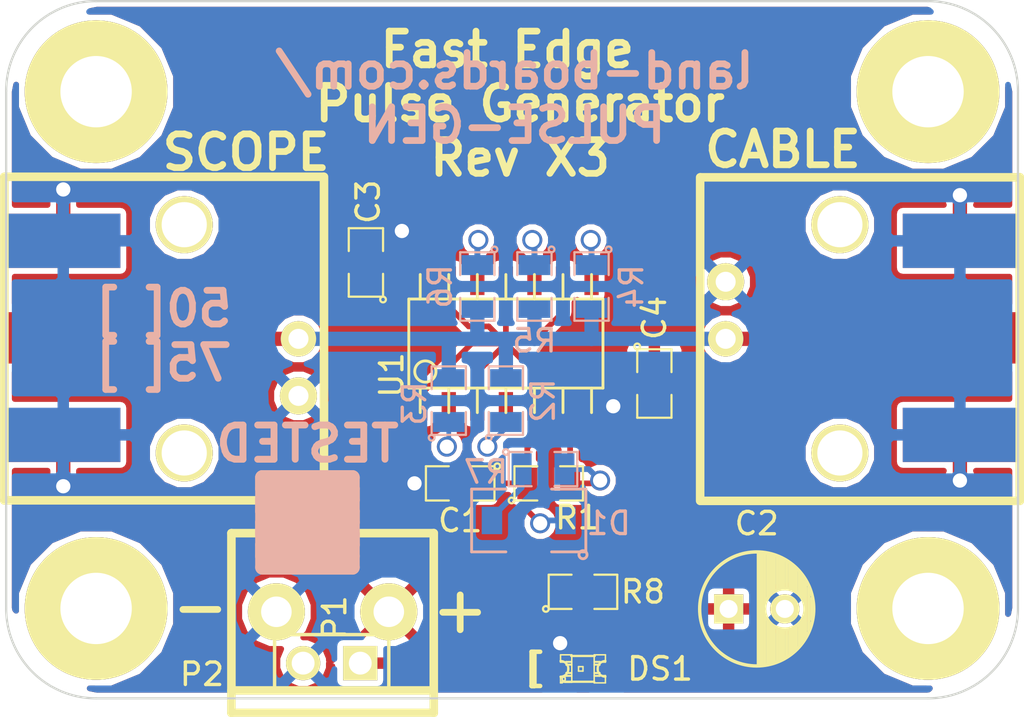
<source format=kicad_pcb>
(kicad_pcb (version 4) (host pcbnew "(after 2015-mar-04 BZR unknown)-product")

  (general
    (links 48)
    (no_connects 0)
    (area -5.115571 -11.349999 70.5 32.2326)
    (thickness 1.6)
    (drawings 28)
    (tracks 101)
    (zones 0)
    (modules 26)
    (nets 13)
  )

  (page A3)
  (layers
    (0 F.Cu signal)
    (31 B.Cu signal)
    (36 B.SilkS user)
    (37 F.SilkS user)
    (38 B.Mask user)
    (39 F.Mask user)
    (40 Dwgs.User user hide)
    (44 Edge.Cuts user)
  )

  (setup
    (last_trace_width 0.254)
    (user_trace_width 0.2032)
    (user_trace_width 0.635)
    (trace_clearance 0.254)
    (zone_clearance 0.2032)
    (zone_45_only no)
    (trace_min 0.2032)
    (segment_width 0.2)
    (edge_width 0.1)
    (via_size 0.889)
    (via_drill 0.635)
    (via_min_size 0.889)
    (via_min_drill 0.508)
    (uvia_size 0.508)
    (uvia_drill 0.127)
    (uvias_allowed no)
    (uvia_min_size 0.508)
    (uvia_min_drill 0.127)
    (pcb_text_width 0.3)
    (pcb_text_size 1.5 1.5)
    (mod_edge_width 0.15)
    (mod_text_size 1 1)
    (mod_text_width 0.15)
    (pad_size 1.5 1.5)
    (pad_drill 0.6)
    (pad_to_mask_clearance 0)
    (aux_axis_origin 0 0)
    (visible_elements 7FFFFD5F)
    (pcbplotparams
      (layerselection 0x010f0_80000001)
      (usegerberextensions true)
      (excludeedgelayer true)
      (linewidth 0.150000)
      (plotframeref false)
      (viasonmask false)
      (mode 1)
      (useauxorigin false)
      (hpglpennumber 1)
      (hpglpenspeed 20)
      (hpglpendiameter 15)
      (hpglpenoverlay 2)
      (psnegative false)
      (psa4output false)
      (plotreference true)
      (plotvalue true)
      (plotinvisibletext false)
      (padsonsilk false)
      (subtractmaskfromsilk false)
      (outputformat 1)
      (mirror false)
      (drillshape 0)
      (scaleselection 1)
      (outputdirectory plots/))
  )

  (net 0 "")
  (net 1 GND)
  (net 2 N-0000010)
  (net 3 N-0000011)
  (net 4 N-0000012)
  (net 5 N-0000013)
  (net 6 N-0000014)
  (net 7 N-0000015)
  (net 8 N-0000016)
  (net 9 N-000006)
  (net 10 N-000008)
  (net 11 N-000009)
  (net 12 VCC)

  (net_class Default "This is the default net class."
    (clearance 0.254)
    (trace_width 0.254)
    (via_dia 0.889)
    (via_drill 0.635)
    (uvia_dia 0.508)
    (uvia_drill 0.127)
    (add_net GND)
    (add_net N-0000010)
    (add_net N-0000011)
    (add_net N-0000012)
    (add_net N-0000013)
    (add_net N-0000014)
    (add_net N-0000015)
    (add_net N-0000016)
    (add_net N-000006)
    (add_net N-000008)
    (add_net N-000009)
    (add_net VCC)
  )

  (module SM0805 (layer B.Cu) (tedit 56C23495) (tstamp 519A5118)
    (at 22.225 17.78 90)
    (path /519A4DEE)
    (attr smd)
    (fp_text reference R2 (at 0 1.651 90) (layer B.SilkS)
      (effects (font (size 1 1) (thickness 0.15)) (justify mirror))
    )
    (fp_text value 240 (at 0 -0.381 90) (layer B.SilkS) hide
      (effects (font (size 0.50038 0.50038) (thickness 0.10922)) (justify mirror))
    )
    (fp_circle (center -1.651 -0.762) (end -1.651 -0.635) (layer B.SilkS) (width 0.09906))
    (fp_line (start -0.508 -0.762) (end -1.524 -0.762) (layer B.SilkS) (width 0.09906))
    (fp_line (start -1.524 -0.762) (end -1.524 0.762) (layer B.SilkS) (width 0.09906))
    (fp_line (start -1.524 0.762) (end -0.508 0.762) (layer B.SilkS) (width 0.09906))
    (fp_line (start 0.508 0.762) (end 1.524 0.762) (layer B.SilkS) (width 0.09906))
    (fp_line (start 1.524 0.762) (end 1.524 -0.762) (layer B.SilkS) (width 0.09906))
    (fp_line (start 1.524 -0.762) (end 0.508 -0.762) (layer B.SilkS) (width 0.09906))
    (pad 1 smd rect (at -0.9525 0 90) (size 0.889 1.397) (layers B.Cu B.Mask)
      (net 2 N-0000010))
    (pad 2 smd rect (at 0.9525 0 90) (size 0.889 1.397) (layers B.Cu B.Mask)
      (net 5 N-0000013))
    (model smd/chip_cms.wrl
      (at (xyz 0 0 0))
      (scale (xyz 0.1 0.1 0.1))
      (rotate (xyz 0 0 0))
    )
  )

  (module SM0805 (layer F.Cu) (tedit 56C22DFD) (tstamp 519A5125)
    (at 24.13 21.463)
    (path /519A4DFD)
    (attr smd)
    (fp_text reference R1 (at 1.27 1.524) (layer F.SilkS)
      (effects (font (size 1 1) (thickness 0.15)))
    )
    (fp_text value 33K (at 0.328 1.972) (layer F.SilkS) hide
      (effects (font (size 0.50038 0.50038) (thickness 0.10922)))
    )
    (fp_circle (center -1.651 0.762) (end -1.651 0.635) (layer F.SilkS) (width 0.09906))
    (fp_line (start -0.508 0.762) (end -1.524 0.762) (layer F.SilkS) (width 0.09906))
    (fp_line (start -1.524 0.762) (end -1.524 -0.762) (layer F.SilkS) (width 0.09906))
    (fp_line (start -1.524 -0.762) (end -0.508 -0.762) (layer F.SilkS) (width 0.09906))
    (fp_line (start 0.508 -0.762) (end 1.524 -0.762) (layer F.SilkS) (width 0.09906))
    (fp_line (start 1.524 -0.762) (end 1.524 0.762) (layer F.SilkS) (width 0.09906))
    (fp_line (start 1.524 0.762) (end 0.508 0.762) (layer F.SilkS) (width 0.09906))
    (pad 1 smd rect (at -0.9525 0) (size 0.889 1.397) (layers F.Cu F.Mask)
      (net 11 N-000009))
    (pad 2 smd rect (at 0.9525 0) (size 0.889 1.397) (layers F.Cu F.Mask)
      (net 4 N-0000012))
    (model smd/chip_cms.wrl
      (at (xyz 0 0 0))
      (scale (xyz 0.1 0.1 0.1))
      (rotate (xyz 0 0 0))
    )
  )

  (module SM0805 (layer F.Cu) (tedit 56C22D5D) (tstamp 519A5132)
    (at 20.193 21.463 180)
    (path /519A4E0C)
    (attr smd)
    (fp_text reference C1 (at 0 -1.651 180) (layer F.SilkS)
      (effects (font (size 1 1) (thickness 0.15)))
    )
    (fp_text value 47nF (at -0.392 -1.972 180) (layer F.SilkS) hide
      (effects (font (size 0.50038 0.50038) (thickness 0.10922)))
    )
    (fp_circle (center -1.651 0.762) (end -1.651 0.635) (layer F.SilkS) (width 0.09906))
    (fp_line (start -0.508 0.762) (end -1.524 0.762) (layer F.SilkS) (width 0.09906))
    (fp_line (start -1.524 0.762) (end -1.524 -0.762) (layer F.SilkS) (width 0.09906))
    (fp_line (start -1.524 -0.762) (end -0.508 -0.762) (layer F.SilkS) (width 0.09906))
    (fp_line (start 0.508 -0.762) (end 1.524 -0.762) (layer F.SilkS) (width 0.09906))
    (fp_line (start 1.524 -0.762) (end 1.524 0.762) (layer F.SilkS) (width 0.09906))
    (fp_line (start 1.524 0.762) (end 0.508 0.762) (layer F.SilkS) (width 0.09906))
    (pad 1 smd rect (at -0.9525 0 180) (size 0.889 1.397) (layers F.Cu F.Mask)
      (net 11 N-000009))
    (pad 2 smd rect (at 0.9525 0 180) (size 0.889 1.397) (layers F.Cu F.Mask)
      (net 1 GND))
    (model smd/chip_cms.wrl
      (at (xyz 0 0 0))
      (scale (xyz 0.1 0.1 0.1))
      (rotate (xyz 0 0 0))
    )
  )

  (module SM0805 (layer B.Cu) (tedit 545668A7) (tstamp 519A8A9A)
    (at 19.685 17.78 90)
    (path /519A4ED4)
    (attr smd)
    (fp_text reference R3 (at -0.127 -1.524 90) (layer B.SilkS)
      (effects (font (size 1 1) (thickness 0.15)) (justify mirror))
    )
    (fp_text value 240 (at 0 -0.381 90) (layer B.SilkS) hide
      (effects (font (size 0.50038 0.50038) (thickness 0.10922)) (justify mirror))
    )
    (fp_circle (center -1.651 -0.762) (end -1.651 -0.635) (layer B.SilkS) (width 0.09906))
    (fp_line (start -0.508 -0.762) (end -1.524 -0.762) (layer B.SilkS) (width 0.09906))
    (fp_line (start -1.524 -0.762) (end -1.524 0.762) (layer B.SilkS) (width 0.09906))
    (fp_line (start -1.524 0.762) (end -0.508 0.762) (layer B.SilkS) (width 0.09906))
    (fp_line (start 0.508 0.762) (end 1.524 0.762) (layer B.SilkS) (width 0.09906))
    (fp_line (start 1.524 0.762) (end 1.524 -0.762) (layer B.SilkS) (width 0.09906))
    (fp_line (start 1.524 -0.762) (end 0.508 -0.762) (layer B.SilkS) (width 0.09906))
    (pad 1 smd rect (at -0.9525 0 90) (size 0.889 1.397) (layers B.Cu B.Mask)
      (net 3 N-0000011))
    (pad 2 smd rect (at 0.9525 0 90) (size 0.889 1.397) (layers B.Cu B.Mask)
      (net 5 N-0000013))
    (model smd/chip_cms.wrl
      (at (xyz 0 0 0))
      (scale (xyz 0.1 0.1 0.1))
      (rotate (xyz 0 0 0))
    )
  )

  (module SM0805 (layer B.Cu) (tedit 545668DE) (tstamp 519A514C)
    (at 26.035 12.7 270)
    (path /519A4EE6)
    (attr smd)
    (fp_text reference R4 (at 0 -1.778 270) (layer B.SilkS)
      (effects (font (size 1 1) (thickness 0.15)) (justify mirror))
    )
    (fp_text value 240 (at 0 -0.381 270) (layer B.SilkS) hide
      (effects (font (size 0.50038 0.50038) (thickness 0.10922)) (justify mirror))
    )
    (fp_circle (center -1.651 -0.762) (end -1.651 -0.635) (layer B.SilkS) (width 0.09906))
    (fp_line (start -0.508 -0.762) (end -1.524 -0.762) (layer B.SilkS) (width 0.09906))
    (fp_line (start -1.524 -0.762) (end -1.524 0.762) (layer B.SilkS) (width 0.09906))
    (fp_line (start -1.524 0.762) (end -0.508 0.762) (layer B.SilkS) (width 0.09906))
    (fp_line (start 0.508 0.762) (end 1.524 0.762) (layer B.SilkS) (width 0.09906))
    (fp_line (start 1.524 0.762) (end 1.524 -0.762) (layer B.SilkS) (width 0.09906))
    (fp_line (start 1.524 -0.762) (end 0.508 -0.762) (layer B.SilkS) (width 0.09906))
    (pad 1 smd rect (at -0.9525 0 270) (size 0.889 1.397) (layers B.Cu B.Mask)
      (net 6 N-0000014))
    (pad 2 smd rect (at 0.9525 0 270) (size 0.889 1.397) (layers B.Cu B.Mask)
      (net 5 N-0000013))
    (model smd/chip_cms.wrl
      (at (xyz 0 0 0))
      (scale (xyz 0.1 0.1 0.1))
      (rotate (xyz 0 0 0))
    )
  )

  (module SM0805 (layer B.Cu) (tedit 545668F6) (tstamp 519A5159)
    (at 23.495 12.7 270)
    (path /519A4F10)
    (attr smd)
    (fp_text reference R5 (at 2.413 0 360) (layer B.SilkS)
      (effects (font (size 1 1) (thickness 0.15)) (justify mirror))
    )
    (fp_text value 240 (at 0 -0.381 270) (layer B.SilkS) hide
      (effects (font (size 0.50038 0.50038) (thickness 0.10922)) (justify mirror))
    )
    (fp_circle (center -1.651 -0.762) (end -1.651 -0.635) (layer B.SilkS) (width 0.09906))
    (fp_line (start -0.508 -0.762) (end -1.524 -0.762) (layer B.SilkS) (width 0.09906))
    (fp_line (start -1.524 -0.762) (end -1.524 0.762) (layer B.SilkS) (width 0.09906))
    (fp_line (start -1.524 0.762) (end -0.508 0.762) (layer B.SilkS) (width 0.09906))
    (fp_line (start 0.508 0.762) (end 1.524 0.762) (layer B.SilkS) (width 0.09906))
    (fp_line (start 1.524 0.762) (end 1.524 -0.762) (layer B.SilkS) (width 0.09906))
    (fp_line (start 1.524 -0.762) (end 0.508 -0.762) (layer B.SilkS) (width 0.09906))
    (pad 1 smd rect (at -0.9525 0 270) (size 0.889 1.397) (layers B.Cu B.Mask)
      (net 7 N-0000015))
    (pad 2 smd rect (at 0.9525 0 270) (size 0.889 1.397) (layers B.Cu B.Mask)
      (net 5 N-0000013))
    (model smd/chip_cms.wrl
      (at (xyz 0 0 0))
      (scale (xyz 0.1 0.1 0.1))
      (rotate (xyz 0 0 0))
    )
  )

  (module SM0805 (layer B.Cu) (tedit 545668D5) (tstamp 519A5166)
    (at 20.955 12.7 270)
    (path /519A4F1D)
    (attr smd)
    (fp_text reference R6 (at 0 1.651 270) (layer B.SilkS)
      (effects (font (size 1 1) (thickness 0.15)) (justify mirror))
    )
    (fp_text value 240 (at 0 -0.381 270) (layer B.SilkS) hide
      (effects (font (size 0.50038 0.50038) (thickness 0.10922)) (justify mirror))
    )
    (fp_circle (center -1.651 -0.762) (end -1.651 -0.635) (layer B.SilkS) (width 0.09906))
    (fp_line (start -0.508 -0.762) (end -1.524 -0.762) (layer B.SilkS) (width 0.09906))
    (fp_line (start -1.524 -0.762) (end -1.524 0.762) (layer B.SilkS) (width 0.09906))
    (fp_line (start -1.524 0.762) (end -0.508 0.762) (layer B.SilkS) (width 0.09906))
    (fp_line (start 0.508 0.762) (end 1.524 0.762) (layer B.SilkS) (width 0.09906))
    (fp_line (start 1.524 0.762) (end 1.524 -0.762) (layer B.SilkS) (width 0.09906))
    (fp_line (start 1.524 -0.762) (end 0.508 -0.762) (layer B.SilkS) (width 0.09906))
    (pad 1 smd rect (at -0.9525 0 270) (size 0.889 1.397) (layers B.Cu B.Mask)
      (net 8 N-0000016))
    (pad 2 smd rect (at 0.9525 0 270) (size 0.889 1.397) (layers B.Cu B.Mask)
      (net 5 N-0000013))
    (model smd/chip_cms.wrl
      (at (xyz 0 0 0))
      (scale (xyz 0.1 0.1 0.1))
      (rotate (xyz 0 0 0))
    )
  )

  (module SM0805 (layer F.Cu) (tedit 519B614E) (tstamp 519A5173)
    (at 16 11.63 90)
    (path /519A510E)
    (attr smd)
    (fp_text reference C3 (at 2.7 0.098 90) (layer F.SilkS)
      (effects (font (size 1 1) (thickness 0.15)))
    )
    (fp_text value 0.1uF (at 0.25 1.75 90) (layer F.SilkS) hide
      (effects (font (size 0.50038 0.50038) (thickness 0.10922)))
    )
    (fp_circle (center -1.651 0.762) (end -1.651 0.635) (layer F.SilkS) (width 0.09906))
    (fp_line (start -0.508 0.762) (end -1.524 0.762) (layer F.SilkS) (width 0.09906))
    (fp_line (start -1.524 0.762) (end -1.524 -0.762) (layer F.SilkS) (width 0.09906))
    (fp_line (start -1.524 -0.762) (end -0.508 -0.762) (layer F.SilkS) (width 0.09906))
    (fp_line (start 0.508 -0.762) (end 1.524 -0.762) (layer F.SilkS) (width 0.09906))
    (fp_line (start 1.524 -0.762) (end 1.524 0.762) (layer F.SilkS) (width 0.09906))
    (fp_line (start 1.524 0.762) (end 0.508 0.762) (layer F.SilkS) (width 0.09906))
    (pad 1 smd rect (at -0.9525 0 90) (size 0.889 1.397) (layers F.Cu F.Mask)
      (net 12 VCC))
    (pad 2 smd rect (at 0.9525 0 90) (size 0.889 1.397) (layers F.Cu F.Mask)
      (net 1 GND))
    (model smd/chip_cms.wrl
      (at (xyz 0 0 0))
      (scale (xyz 0.1 0.1 0.1))
      (rotate (xyz 0 0 0))
    )
  )

  (module TB2-5MM (layer F.Cu) (tedit 519BB487) (tstamp 519A5186)
    (at 17.018 27.178 180)
    (path /519A51D3)
    (fp_text reference P2 (at 8.31 -2.78 180) (layer F.SilkS)
      (effects (font (size 1 1) (thickness 0.15)))
    )
    (fp_text value CONN_2 (at 2 5 180) (layer F.SilkS) hide
      (effects (font (thickness 0.3048)))
    )
    (fp_line (start -2 -4.5) (end -2 3.5) (layer F.SilkS) (width 0.381))
    (fp_line (start 7 -4.5) (end 7 3.5) (layer F.SilkS) (width 0.381))
    (fp_line (start -2 3.5) (end 7 3.5) (layer F.SilkS) (width 0.381))
    (fp_line (start -2 -3.5) (end 7 -3.5) (layer F.SilkS) (width 0.381))
    (fp_line (start -2 -4.5) (end 7 -4.5) (layer F.SilkS) (width 0.381))
    (pad 1 thru_hole circle (at 0 0 180) (size 2.54 2.54) (drill 1.3589) (layers *.Cu *.Mask F.SilkS)
      (net 12 VCC))
    (pad 2 thru_hole circle (at 5 0 180) (size 2.54 2.54) (drill 1.3589) (layers *.Cu *.Mask F.SilkS)
      (net 1 GND))
  )

  (module so-14 (layer F.Cu) (tedit 56C22E0A) (tstamp 519A5555)
    (at 22.225 15.24)
    (descr SO-14)
    (path /519A4DC8)
    (attr smd)
    (fp_text reference U1 (at -5.08 1.397 90) (layer F.SilkS)
      (effects (font (size 1 1) (thickness 0.15)))
    )
    (fp_text value 74AC14 (at 0 1.016) (layer F.SilkS) hide
      (effects (font (size 0.7493 0.7493) (thickness 0.14986)))
    )
    (fp_line (start -4.318 -1.9812) (end -4.318 1.9812) (layer F.SilkS) (width 0.127))
    (fp_line (start -4.318 1.9812) (end 4.318 1.9812) (layer F.SilkS) (width 0.127))
    (fp_line (start 4.318 1.9812) (end 4.318 -1.9812) (layer F.SilkS) (width 0.127))
    (fp_line (start 4.318 -1.9812) (end -4.318 -1.9812) (layer F.SilkS) (width 0.127))
    (fp_line (start -2.54 -1.9812) (end -2.54 -3.0734) (layer F.SilkS) (width 0.127))
    (fp_line (start -1.27 -1.9812) (end -1.27 -3.0734) (layer F.SilkS) (width 0.127))
    (fp_line (start 0 -1.9812) (end 0 -3.0734) (layer F.SilkS) (width 0.127))
    (fp_line (start -3.81 -1.9812) (end -3.81 -3.0734) (layer F.SilkS) (width 0.127))
    (fp_line (start 1.27 -3.0734) (end 1.27 -1.9812) (layer F.SilkS) (width 0.127))
    (fp_line (start 2.54 -3.0734) (end 2.54 -1.9812) (layer F.SilkS) (width 0.127))
    (fp_line (start 3.81 -3.0734) (end 3.81 -1.9812) (layer F.SilkS) (width 0.127))
    (fp_line (start 3.81 1.9812) (end 3.81 3.0734) (layer F.SilkS) (width 0.127))
    (fp_line (start 2.54 1.9812) (end 2.54 3.0734) (layer F.SilkS) (width 0.127))
    (fp_line (start -3.81 1.9812) (end -3.81 3.0734) (layer F.SilkS) (width 0.127))
    (fp_line (start -2.54 3.0734) (end -2.54 1.9812) (layer F.SilkS) (width 0.127))
    (fp_line (start 1.27 3.0734) (end 1.27 1.9812) (layer F.SilkS) (width 0.127))
    (fp_line (start 0 3.0734) (end 0 1.9812) (layer F.SilkS) (width 0.127))
    (fp_line (start -1.27 3.0734) (end -1.27 1.9812) (layer F.SilkS) (width 0.127))
    (fp_circle (center -3.5814 1.2446) (end -3.8608 1.6256) (layer F.SilkS) (width 0.127))
    (pad 1 smd rect (at -3.81 2.794) (size 0.635 1.27) (layers F.Cu F.Mask)
      (net 4 N-0000012))
    (pad 2 smd rect (at -2.54 2.794) (size 0.635 1.27) (layers F.Cu F.Mask)
      (net 3 N-0000011))
    (pad 3 smd rect (at -1.27 2.794) (size 0.635 1.27) (layers F.Cu F.Mask)
      (net 4 N-0000012))
    (pad 4 smd rect (at 0 2.794) (size 0.635 1.27) (layers F.Cu F.Mask)
      (net 2 N-0000010))
    (pad 5 smd rect (at 1.27 2.794) (size 0.635 1.27) (layers F.Cu F.Mask)
      (net 11 N-000009))
    (pad 6 smd rect (at 2.54 2.794) (size 0.635 1.27) (layers F.Cu F.Mask)
      (net 4 N-0000012))
    (pad 7 smd rect (at 3.81 2.794) (size 0.635 1.27) (layers F.Cu F.Mask)
      (net 1 GND))
    (pad 8 smd rect (at 3.81 -2.794) (size 0.635 1.27) (layers F.Cu F.Mask)
      (net 6 N-0000014))
    (pad 9 smd rect (at 2.54 -2.794) (size 0.635 1.27) (layers F.Cu F.Mask)
      (net 4 N-0000012))
    (pad 10 smd rect (at 1.27 -2.794) (size 0.635 1.27) (layers F.Cu F.Mask)
      (net 7 N-0000015))
    (pad 11 smd rect (at 0 -2.794) (size 0.635 1.27) (layers F.Cu F.Mask)
      (net 4 N-0000012))
    (pad 12 smd rect (at -1.27 -2.794) (size 0.635 1.27) (layers F.Cu F.Mask)
      (net 8 N-0000016))
    (pad 13 smd rect (at -2.54 -2.794) (size 0.635 1.27) (layers F.Cu F.Mask)
      (net 4 N-0000012))
    (pad 14 smd rect (at -3.81 -2.794) (size 0.635 1.27) (layers F.Cu F.Mask)
      (net 12 VCC))
    (model smd/smd_dil/so-14.wrl
      (at (xyz 0 0 0))
      (scale (xyz 1 1 1))
      (rotate (xyz 0 0 0))
    )
  )

  (module MTG-4-40 (layer F.Cu) (tedit 50F036E3) (tstamp 519A559B)
    (at 4 27.03)
    (path /519A590D)
    (fp_text reference MTG3 (at -6.858 -0.635) (layer F.SilkS) hide
      (effects (font (size 1 1) (thickness 0.15)))
    )
    (fp_text value CONN_1 (at 0 -5.08) (layer F.SilkS) hide
      (effects (font (thickness 0.3048)))
    )
    (pad 1 thru_hole circle (at 0 0) (size 6.35 6.35) (drill 3.175) (layers *.Cu *.Mask F.SilkS))
  )

  (module MTG-4-40 (layer F.Cu) (tedit 50F036E3) (tstamp 519A55A0)
    (at 41 4.03)
    (path /519A5913)
    (fp_text reference MTG2 (at -6.858 -0.635) (layer F.SilkS) hide
      (effects (font (size 1 1) (thickness 0.15)))
    )
    (fp_text value CONN_1 (at 0 -5.08) (layer F.SilkS) hide
      (effects (font (thickness 0.3048)))
    )
    (pad 1 thru_hole circle (at 0 0) (size 6.35 6.35) (drill 3.175) (layers *.Cu *.Mask F.SilkS))
  )

  (module MTG-4-40 (layer F.Cu) (tedit 50F036E3) (tstamp 519A55A5)
    (at 4 4.03)
    (path /519A5919)
    (fp_text reference MTG1 (at -6.858 -0.635) (layer F.SilkS) hide
      (effects (font (size 1 1) (thickness 0.15)))
    )
    (fp_text value CONN_1 (at 0 -5.08) (layer F.SilkS) hide
      (effects (font (thickness 0.3048)))
    )
    (pad 1 thru_hole circle (at 0 0) (size 6.35 6.35) (drill 3.175) (layers *.Cu *.Mask F.SilkS))
  )

  (module SMA_EDGE (layer F.Cu) (tedit 56C2333E) (tstamp 519A5FF7)
    (at 2.54 14.986)
    (path /519A5DA2)
    (fp_text reference PA1 (at 3.858 0.21 90) (layer F.SilkS) hide
      (effects (font (size 1 1) (thickness 0.15)))
    )
    (fp_text value SMA (at 4.826 0.254 90) (layer F.SilkS) hide
      (effects (font (thickness 0.3048)))
    )
    (pad 1 smd rect (at 0 0) (size 5.08 2.286) (layers F.Cu F.Mask)
      (net 5 N-0000013))
    (pad 2 smd rect (at 0 -4.318) (size 5.08 2.413) (layers F.Cu F.Mask)
      (net 1 GND))
    (pad 2 smd rect (at 0 4.318) (size 5.08 2.413) (layers F.Cu F.Mask)
      (net 1 GND))
    (pad 2 smd rect (at 0 -4.318) (size 5.08 2.413) (layers B.Cu B.Mask)
      (net 1 GND))
    (pad 2 smd rect (at 0 4.318) (size 5.08 2.413) (layers B.Cu B.Mask)
      (net 1 GND))
  )

  (module BNC-RT (layer F.Cu) (tedit 56C2298C) (tstamp 519A6003)
    (at 13 15.03 90)
    (path /519A5027)
    (fp_text reference PB1 (at -1.226 2.113 90) (layer F.SilkS) hide
      (effects (font (size 1 1) (thickness 0.15)))
    )
    (fp_text value BNC (at -0.14986 6.2992 90) (layer F.SilkS) hide
      (effects (font (thickness 0.3048)))
    )
    (fp_line (start -7.1882 1.1176) (end -7.1882 -13.08354) (layer F.SilkS) (width 0.381))
    (fp_line (start -7.19328 -13.07846) (end 7.20598 -13.07846) (layer F.SilkS) (width 0.381))
    (fp_line (start 7.21106 -13.08354) (end 7.21106 1.1176) (layer F.SilkS) (width 0.381))
    (fp_line (start -7.1882 1.13538) (end 7.21106 1.13538) (layer F.SilkS) (width 0.381))
    (pad 1 thru_hole circle (at 0 0 90) (size 1.5748 1.5748) (drill 0.889) (layers *.Cu *.Mask F.SilkS)
      (net 5 N-0000013))
    (pad 2 thru_hole circle (at -2.54 0 90) (size 1.651 1.651) (drill 0.889) (layers *.Cu *.Mask F.SilkS)
      (net 1 GND))
    (pad "" thru_hole circle (at -5.08 -5.08 90) (size 2.54 2.54) (drill 2.00914) (layers *.Cu *.Mask F.SilkS))
    (pad "" thru_hole circle (at 5.08 -5.08 90) (size 2.54 2.54) (drill 2.00914) (layers *.Cu *.Mask F.SilkS))
    (model ../KiCAD/modules/packages3d/BNC-RT.wrl
      (at (xyz 0 0 0))
      (scale (xyz 1 1 1))
      (rotate (xyz 0 0 0))
    )
  )

  (module SMA_EDGE (layer F.Cu) (tedit 56C23346) (tstamp 519B5821)
    (at 42.418 14.986)
    (path /519B595A)
    (fp_text reference PA2 (at -4.318 0 90) (layer F.SilkS) hide
      (effects (font (size 1 1) (thickness 0.15)))
    )
    (fp_text value SMA (at 4.826 0.254 90) (layer F.SilkS) hide
      (effects (font (thickness 0.3048)))
    )
    (pad 1 smd rect (at 0 0) (size 5.08 2.286) (layers F.Cu F.Mask)
      (net 5 N-0000013))
    (pad 2 smd rect (at 0 -4.318) (size 5.08 2.413) (layers F.Cu F.Mask)
      (net 1 GND))
    (pad 2 smd rect (at 0 4.318) (size 5.08 2.413) (layers F.Cu F.Mask)
      (net 1 GND))
    (pad 2 smd rect (at 0 -4.318) (size 5.08 2.413) (layers B.Cu B.Mask)
      (net 1 GND))
    (pad 2 smd rect (at 0 4.318) (size 5.08 2.413) (layers B.Cu B.Mask)
      (net 1 GND))
  )

  (module MTG-4-40 (layer F.Cu) (tedit 50F036E3) (tstamp 519B5826)
    (at 41 27.03)
    (path /519B588C)
    (fp_text reference MTG4 (at -6.858 -0.635) (layer F.SilkS) hide
      (effects (font (size 1 1) (thickness 0.15)))
    )
    (fp_text value CONN_1 (at 0 -5.08) (layer F.SilkS) hide
      (effects (font (thickness 0.3048)))
    )
    (pad 1 thru_hole circle (at 0 0) (size 6.35 6.35) (drill 3.175) (layers *.Cu *.Mask F.SilkS))
  )

  (module BNC-RT (layer F.Cu) (tedit 56C22994) (tstamp 519B5832)
    (at 32 15.03 270)
    (path /519B5954)
    (fp_text reference PB2 (at -0.044 2.028 270) (layer F.SilkS) hide
      (effects (font (size 1 1) (thickness 0.15)))
    )
    (fp_text value BNC (at -0.14986 6.2992 270) (layer F.SilkS) hide
      (effects (font (thickness 0.3048)))
    )
    (fp_line (start -7.1882 1.1176) (end -7.1882 -13.08354) (layer F.SilkS) (width 0.381))
    (fp_line (start -7.19328 -13.07846) (end 7.20598 -13.07846) (layer F.SilkS) (width 0.381))
    (fp_line (start 7.21106 -13.08354) (end 7.21106 1.1176) (layer F.SilkS) (width 0.381))
    (fp_line (start -7.1882 1.13538) (end 7.21106 1.13538) (layer F.SilkS) (width 0.381))
    (pad 1 thru_hole circle (at 0 0 270) (size 1.5748 1.5748) (drill 0.889) (layers *.Cu *.Mask F.SilkS)
      (net 5 N-0000013))
    (pad 2 thru_hole circle (at -2.54 0 270) (size 1.651 1.651) (drill 0.889) (layers *.Cu *.Mask F.SilkS)
      (net 1 GND))
    (pad "" thru_hole circle (at -5.08 -5.08 270) (size 2.54 2.54) (drill 2.00914) (layers *.Cu *.Mask F.SilkS))
    (pad "" thru_hole circle (at 5.08 -5.08 270) (size 2.54 2.54) (drill 2.00914) (layers *.Cu *.Mask F.SilkS))
    (model ../KiCAD/modules/packages3d/BNC-RT.wrl
      (at (xyz 0 0 0))
      (scale (xyz 1 1 1))
      (rotate (xyz 0 0 0))
    )
  )

  (module SM0805 (layer F.Cu) (tedit 56C23294) (tstamp 519BAB3F)
    (at 28.829 17.018 270)
    (path /519B6558)
    (attr smd)
    (fp_text reference C4 (at -2.921 0 270) (layer F.SilkS)
      (effects (font (size 1 1) (thickness 0.15)))
    )
    (fp_text value 0.1uF (at 0 1.27 270) (layer F.SilkS) hide
      (effects (font (size 0.50038 0.50038) (thickness 0.10922)))
    )
    (fp_circle (center -1.651 0.762) (end -1.651 0.635) (layer F.SilkS) (width 0.09906))
    (fp_line (start -0.508 0.762) (end -1.524 0.762) (layer F.SilkS) (width 0.09906))
    (fp_line (start -1.524 0.762) (end -1.524 -0.762) (layer F.SilkS) (width 0.09906))
    (fp_line (start -1.524 -0.762) (end -0.508 -0.762) (layer F.SilkS) (width 0.09906))
    (fp_line (start 0.508 -0.762) (end 1.524 -0.762) (layer F.SilkS) (width 0.09906))
    (fp_line (start 1.524 -0.762) (end 1.524 0.762) (layer F.SilkS) (width 0.09906))
    (fp_line (start 1.524 0.762) (end 0.508 0.762) (layer F.SilkS) (width 0.09906))
    (pad 1 smd rect (at -0.9525 0 270) (size 0.889 1.397) (layers F.Cu F.Mask)
      (net 12 VCC))
    (pad 2 smd rect (at 0.9525 0 270) (size 0.889 1.397) (layers F.Cu F.Mask)
      (net 1 GND))
    (model smd/chip_cms.wrl
      (at (xyz 0 0 0))
      (scale (xyz 0.1 0.1 0.1))
      (rotate (xyz 0 0 0))
    )
  )

  (module SOD-123 (layer B.Cu) (tedit 56C2348C) (tstamp 519BF673)
    (at 23.241 23.114 180)
    (tags "CMS SM")
    (path /519BB09A)
    (attr smd)
    (fp_text reference D1 (at -3.556 -0.127 180) (layer B.SilkS)
      (effects (font (size 1 1) (thickness 0.15)) (justify mirror))
    )
    (fp_text value 1N4148 (at 0.127 -2.159 180) (layer B.SilkS) hide
      (effects (font (size 0.762 0.762) (thickness 0.127)) (justify mirror))
    )
    (fp_circle (center -2.413 -1.524) (end -2.286 -1.397) (layer B.SilkS) (width 0.127))
    (fp_line (start -1.016 1.397) (end -2.54 1.397) (layer B.SilkS) (width 0.127))
    (fp_line (start -2.54 1.397) (end -2.54 -1.397) (layer B.SilkS) (width 0.127))
    (fp_line (start -2.54 -1.397) (end -1.016 -1.397) (layer B.SilkS) (width 0.127))
    (fp_line (start 1.016 -1.397) (end 2.54 -1.397) (layer B.SilkS) (width 0.127))
    (fp_line (start 2.54 -1.397) (end 2.54 1.397) (layer B.SilkS) (width 0.127))
    (fp_line (start 2.54 1.397) (end 1.016 1.397) (layer B.SilkS) (width 0.127))
    (pad 1 smd rect (at -1.63576 0 180) (size 0.90932 1.2192) (layers B.Cu B.Mask)
      (net 11 N-000009))
    (pad 2 smd rect (at 1.63576 0 180) (size 0.90932 1.2192) (layers B.Cu B.Mask)
      (net 10 N-000008))
    (model smd/chip_cms.wrl
      (at (xyz 0 0 0))
      (scale (xyz 0.17 0.2 0.17))
      (rotate (xyz 0 0 0))
    )
  )

  (module SM0805 (layer B.Cu) (tedit 56C23485) (tstamp 519BF680)
    (at 23.876 20.828)
    (path /519BB0A9)
    (attr smd)
    (fp_text reference R7 (at -2.54 0.127) (layer B.SilkS)
      (effects (font (size 1 1) (thickness 0.15)) (justify mirror))
    )
    (fp_text value 150 (at 0 -0.381) (layer B.SilkS) hide
      (effects (font (size 0.50038 0.50038) (thickness 0.10922)) (justify mirror))
    )
    (fp_circle (center -1.651 -0.762) (end -1.651 -0.635) (layer B.SilkS) (width 0.09906))
    (fp_line (start -0.508 -0.762) (end -1.524 -0.762) (layer B.SilkS) (width 0.09906))
    (fp_line (start -1.524 -0.762) (end -1.524 0.762) (layer B.SilkS) (width 0.09906))
    (fp_line (start -1.524 0.762) (end -0.508 0.762) (layer B.SilkS) (width 0.09906))
    (fp_line (start 0.508 0.762) (end 1.524 0.762) (layer B.SilkS) (width 0.09906))
    (fp_line (start 1.524 0.762) (end 1.524 -0.762) (layer B.SilkS) (width 0.09906))
    (fp_line (start 1.524 -0.762) (end 0.508 -0.762) (layer B.SilkS) (width 0.09906))
    (pad 1 smd rect (at -0.9525 0) (size 0.889 1.397) (layers B.Cu B.Mask)
      (net 10 N-000008))
    (pad 2 smd rect (at 0.9525 0) (size 0.889 1.397) (layers B.Cu B.Mask)
      (net 4 N-0000012))
    (model smd/chip_cms.wrl
      (at (xyz 0 0 0))
      (scale (xyz 0.1 0.1 0.1))
      (rotate (xyz 0 0 0))
    )
  )

  (module SM0805 (layer F.Cu) (tedit 56C22901) (tstamp 519CD622)
    (at 25.654 26.289)
    (path /519CD5E7)
    (attr smd)
    (fp_text reference R8 (at 2.667 0) (layer F.SilkS)
      (effects (font (size 1 1) (thickness 0.15)))
    )
    (fp_text value 240 (at 0 0.381) (layer F.SilkS) hide
      (effects (font (size 0.50038 0.50038) (thickness 0.10922)))
    )
    (fp_circle (center -1.651 0.762) (end -1.651 0.635) (layer F.SilkS) (width 0.09906))
    (fp_line (start -0.508 0.762) (end -1.524 0.762) (layer F.SilkS) (width 0.09906))
    (fp_line (start -1.524 0.762) (end -1.524 -0.762) (layer F.SilkS) (width 0.09906))
    (fp_line (start -1.524 -0.762) (end -0.508 -0.762) (layer F.SilkS) (width 0.09906))
    (fp_line (start 0.508 -0.762) (end 1.524 -0.762) (layer F.SilkS) (width 0.09906))
    (fp_line (start 1.524 -0.762) (end 1.524 0.762) (layer F.SilkS) (width 0.09906))
    (fp_line (start 1.524 0.762) (end 0.508 0.762) (layer F.SilkS) (width 0.09906))
    (pad 1 smd rect (at -0.9525 0) (size 0.889 1.397) (layers F.Cu F.Mask)
      (net 12 VCC))
    (pad 2 smd rect (at 0.9525 0) (size 0.889 1.397) (layers F.Cu F.Mask)
      (net 9 N-000006))
    (model smd/chip_cms.wrl
      (at (xyz 0 0 0))
      (scale (xyz 0.1 0.1 0.1))
      (rotate (xyz 0 0 0))
    )
  )

  (module LED-0805 (layer F.Cu) (tedit 56C22907) (tstamp 519CE077)
    (at 25.654 29.718 180)
    (descr "LED 0805 smd package")
    (tags "LED 0805 SMD")
    (path /519CD6E4)
    (attr smd)
    (fp_text reference DS1 (at -3.429 0 180) (layer F.SilkS)
      (effects (font (size 1 1) (thickness 0.15)))
    )
    (fp_text value LED (at 0 1.27 180) (layer F.SilkS) hide
      (effects (font (size 0.762 0.762) (thickness 0.127)))
    )
    (fp_line (start 0.49784 0.29972) (end 0.49784 0.62484) (layer F.SilkS) (width 0.06604))
    (fp_line (start 0.49784 0.62484) (end 0.99822 0.62484) (layer F.SilkS) (width 0.06604))
    (fp_line (start 0.99822 0.29972) (end 0.99822 0.62484) (layer F.SilkS) (width 0.06604))
    (fp_line (start 0.49784 0.29972) (end 0.99822 0.29972) (layer F.SilkS) (width 0.06604))
    (fp_line (start 0.49784 -0.32258) (end 0.49784 -0.17272) (layer F.SilkS) (width 0.06604))
    (fp_line (start 0.49784 -0.17272) (end 0.7493 -0.17272) (layer F.SilkS) (width 0.06604))
    (fp_line (start 0.7493 -0.32258) (end 0.7493 -0.17272) (layer F.SilkS) (width 0.06604))
    (fp_line (start 0.49784 -0.32258) (end 0.7493 -0.32258) (layer F.SilkS) (width 0.06604))
    (fp_line (start 0.49784 0.17272) (end 0.49784 0.32258) (layer F.SilkS) (width 0.06604))
    (fp_line (start 0.49784 0.32258) (end 0.7493 0.32258) (layer F.SilkS) (width 0.06604))
    (fp_line (start 0.7493 0.17272) (end 0.7493 0.32258) (layer F.SilkS) (width 0.06604))
    (fp_line (start 0.49784 0.17272) (end 0.7493 0.17272) (layer F.SilkS) (width 0.06604))
    (fp_line (start 0.49784 -0.19812) (end 0.49784 0.19812) (layer F.SilkS) (width 0.06604))
    (fp_line (start 0.49784 0.19812) (end 0.6731 0.19812) (layer F.SilkS) (width 0.06604))
    (fp_line (start 0.6731 -0.19812) (end 0.6731 0.19812) (layer F.SilkS) (width 0.06604))
    (fp_line (start 0.49784 -0.19812) (end 0.6731 -0.19812) (layer F.SilkS) (width 0.06604))
    (fp_line (start -0.99822 0.29972) (end -0.99822 0.62484) (layer F.SilkS) (width 0.06604))
    (fp_line (start -0.99822 0.62484) (end -0.49784 0.62484) (layer F.SilkS) (width 0.06604))
    (fp_line (start -0.49784 0.29972) (end -0.49784 0.62484) (layer F.SilkS) (width 0.06604))
    (fp_line (start -0.99822 0.29972) (end -0.49784 0.29972) (layer F.SilkS) (width 0.06604))
    (fp_line (start -0.99822 -0.62484) (end -0.99822 -0.29972) (layer F.SilkS) (width 0.06604))
    (fp_line (start -0.99822 -0.29972) (end -0.49784 -0.29972) (layer F.SilkS) (width 0.06604))
    (fp_line (start -0.49784 -0.62484) (end -0.49784 -0.29972) (layer F.SilkS) (width 0.06604))
    (fp_line (start -0.99822 -0.62484) (end -0.49784 -0.62484) (layer F.SilkS) (width 0.06604))
    (fp_line (start -0.7493 0.17272) (end -0.7493 0.32258) (layer F.SilkS) (width 0.06604))
    (fp_line (start -0.7493 0.32258) (end -0.49784 0.32258) (layer F.SilkS) (width 0.06604))
    (fp_line (start -0.49784 0.17272) (end -0.49784 0.32258) (layer F.SilkS) (width 0.06604))
    (fp_line (start -0.7493 0.17272) (end -0.49784 0.17272) (layer F.SilkS) (width 0.06604))
    (fp_line (start -0.7493 -0.32258) (end -0.7493 -0.17272) (layer F.SilkS) (width 0.06604))
    (fp_line (start -0.7493 -0.17272) (end -0.49784 -0.17272) (layer F.SilkS) (width 0.06604))
    (fp_line (start -0.49784 -0.32258) (end -0.49784 -0.17272) (layer F.SilkS) (width 0.06604))
    (fp_line (start -0.7493 -0.32258) (end -0.49784 -0.32258) (layer F.SilkS) (width 0.06604))
    (fp_line (start -0.6731 -0.19812) (end -0.6731 0.19812) (layer F.SilkS) (width 0.06604))
    (fp_line (start -0.6731 0.19812) (end -0.49784 0.19812) (layer F.SilkS) (width 0.06604))
    (fp_line (start -0.49784 -0.19812) (end -0.49784 0.19812) (layer F.SilkS) (width 0.06604))
    (fp_line (start -0.6731 -0.19812) (end -0.49784 -0.19812) (layer F.SilkS) (width 0.06604))
    (fp_line (start 0 -0.09906) (end 0 0.09906) (layer F.SilkS) (width 0.06604))
    (fp_line (start 0 0.09906) (end 0.19812 0.09906) (layer F.SilkS) (width 0.06604))
    (fp_line (start 0.19812 -0.09906) (end 0.19812 0.09906) (layer F.SilkS) (width 0.06604))
    (fp_line (start 0 -0.09906) (end 0.19812 -0.09906) (layer F.SilkS) (width 0.06604))
    (fp_line (start 0.49784 -0.59944) (end 0.49784 -0.29972) (layer F.SilkS) (width 0.06604))
    (fp_line (start 0.49784 -0.29972) (end 0.79756 -0.29972) (layer F.SilkS) (width 0.06604))
    (fp_line (start 0.79756 -0.59944) (end 0.79756 -0.29972) (layer F.SilkS) (width 0.06604))
    (fp_line (start 0.49784 -0.59944) (end 0.79756 -0.59944) (layer F.SilkS) (width 0.06604))
    (fp_line (start 0.92456 -0.62484) (end 0.92456 -0.39878) (layer F.SilkS) (width 0.06604))
    (fp_line (start 0.92456 -0.39878) (end 0.99822 -0.39878) (layer F.SilkS) (width 0.06604))
    (fp_line (start 0.99822 -0.62484) (end 0.99822 -0.39878) (layer F.SilkS) (width 0.06604))
    (fp_line (start 0.92456 -0.62484) (end 0.99822 -0.62484) (layer F.SilkS) (width 0.06604))
    (fp_line (start 0.52324 0.57404) (end -0.52324 0.57404) (layer F.SilkS) (width 0.1016))
    (fp_line (start -0.49784 -0.57404) (end 0.92456 -0.57404) (layer F.SilkS) (width 0.1016))
    (fp_circle (center 0.84836 -0.44958) (end 0.89916 -0.50038) (layer F.SilkS) (width 0.0508))
    (fp_arc (start 0.99822 0) (end 0.99822 0.34798) (angle 180) (layer F.SilkS) (width 0.1016))
    (fp_arc (start -0.99822 0) (end -0.99822 -0.34798) (angle 180) (layer F.SilkS) (width 0.1016))
    (pad 1 smd rect (at -1.04902 0 180) (size 1.19888 1.19888) (layers F.Cu F.Mask)
      (net 9 N-000006))
    (pad 2 smd rect (at 1.04902 0 180) (size 1.19888 1.19888) (layers F.Cu F.Mask)
      (net 1 GND))
  )

  (module PIN_ARRAY_2X1 (layer F.Cu) (tedit 545668BA) (tstamp 519CED97)
    (at 14.478 29.464 180)
    (descr "Connecteurs 2 pins")
    (tags "CONN DEV")
    (path /519CDC62)
    (fp_text reference P1 (at -0.127 2.032 270) (layer F.SilkS)
      (effects (font (size 1 1) (thickness 0.15)))
    )
    (fp_text value CONN_2 (at 0 -1.905 180) (layer F.SilkS) hide
      (effects (font (size 0.762 0.762) (thickness 0.1524)))
    )
    (fp_line (start -2.54 1.27) (end -2.54 -1.27) (layer F.SilkS) (width 0.1524))
    (fp_line (start -2.54 -1.27) (end 2.54 -1.27) (layer F.SilkS) (width 0.1524))
    (fp_line (start 2.54 -1.27) (end 2.54 1.27) (layer F.SilkS) (width 0.1524))
    (fp_line (start 2.54 1.27) (end -2.54 1.27) (layer F.SilkS) (width 0.1524))
    (pad 1 thru_hole rect (at -1.27 0 180) (size 1.524 1.524) (drill 1.016) (layers *.Cu *.Mask F.SilkS)
      (net 12 VCC))
    (pad 2 thru_hole circle (at 1.27 0 180) (size 1.524 1.524) (drill 1.016) (layers *.Cu *.Mask F.SilkS)
      (net 1 GND))
    (model pin_array/pins_array_2x1.wrl
      (at (xyz 0 0 0))
      (scale (xyz 1 1 1))
      (rotate (xyz 0 0 0))
    )
  )

  (module Capacitors_ThroughHole:C_Radial_D5_L11_P2.5 (layer F.Cu) (tedit 56C22817) (tstamp 519A517B)
    (at 32.131 27.051)
    (descr "Radial Electrolytic Capacitor Diameter 5mm x Length 11mm, Pitch 2.5mm")
    (tags "Electrolytic Capacitor")
    (path /519A50E6)
    (fp_text reference C2 (at 1.25 -3.8) (layer F.SilkS)
      (effects (font (size 1 1) (thickness 0.15)))
    )
    (fp_text value 100uF (at 1.25 3.8) (layer F.Fab) hide
      (effects (font (size 1 1) (thickness 0.15)))
    )
    (fp_line (start 1.325 -2.499) (end 1.325 2.499) (layer F.SilkS) (width 0.15))
    (fp_line (start 1.465 -2.491) (end 1.465 2.491) (layer F.SilkS) (width 0.15))
    (fp_line (start 1.605 -2.475) (end 1.605 -0.095) (layer F.SilkS) (width 0.15))
    (fp_line (start 1.605 0.095) (end 1.605 2.475) (layer F.SilkS) (width 0.15))
    (fp_line (start 1.745 -2.451) (end 1.745 -0.49) (layer F.SilkS) (width 0.15))
    (fp_line (start 1.745 0.49) (end 1.745 2.451) (layer F.SilkS) (width 0.15))
    (fp_line (start 1.885 -2.418) (end 1.885 -0.657) (layer F.SilkS) (width 0.15))
    (fp_line (start 1.885 0.657) (end 1.885 2.418) (layer F.SilkS) (width 0.15))
    (fp_line (start 2.025 -2.377) (end 2.025 -0.764) (layer F.SilkS) (width 0.15))
    (fp_line (start 2.025 0.764) (end 2.025 2.377) (layer F.SilkS) (width 0.15))
    (fp_line (start 2.165 -2.327) (end 2.165 -0.835) (layer F.SilkS) (width 0.15))
    (fp_line (start 2.165 0.835) (end 2.165 2.327) (layer F.SilkS) (width 0.15))
    (fp_line (start 2.305 -2.266) (end 2.305 -0.879) (layer F.SilkS) (width 0.15))
    (fp_line (start 2.305 0.879) (end 2.305 2.266) (layer F.SilkS) (width 0.15))
    (fp_line (start 2.445 -2.196) (end 2.445 -0.898) (layer F.SilkS) (width 0.15))
    (fp_line (start 2.445 0.898) (end 2.445 2.196) (layer F.SilkS) (width 0.15))
    (fp_line (start 2.585 -2.114) (end 2.585 -0.896) (layer F.SilkS) (width 0.15))
    (fp_line (start 2.585 0.896) (end 2.585 2.114) (layer F.SilkS) (width 0.15))
    (fp_line (start 2.725 -2.019) (end 2.725 -0.871) (layer F.SilkS) (width 0.15))
    (fp_line (start 2.725 0.871) (end 2.725 2.019) (layer F.SilkS) (width 0.15))
    (fp_line (start 2.865 -1.908) (end 2.865 -0.823) (layer F.SilkS) (width 0.15))
    (fp_line (start 2.865 0.823) (end 2.865 1.908) (layer F.SilkS) (width 0.15))
    (fp_line (start 3.005 -1.78) (end 3.005 -0.745) (layer F.SilkS) (width 0.15))
    (fp_line (start 3.005 0.745) (end 3.005 1.78) (layer F.SilkS) (width 0.15))
    (fp_line (start 3.145 -1.631) (end 3.145 -0.628) (layer F.SilkS) (width 0.15))
    (fp_line (start 3.145 0.628) (end 3.145 1.631) (layer F.SilkS) (width 0.15))
    (fp_line (start 3.285 -1.452) (end 3.285 -0.44) (layer F.SilkS) (width 0.15))
    (fp_line (start 3.285 0.44) (end 3.285 1.452) (layer F.SilkS) (width 0.15))
    (fp_line (start 3.425 -1.233) (end 3.425 1.233) (layer F.SilkS) (width 0.15))
    (fp_line (start 3.565 -0.944) (end 3.565 0.944) (layer F.SilkS) (width 0.15))
    (fp_line (start 3.705 -0.472) (end 3.705 0.472) (layer F.SilkS) (width 0.15))
    (fp_circle (center 2.5 0) (end 2.5 -0.9) (layer F.SilkS) (width 0.15))
    (fp_circle (center 1.25 0) (end 1.25 -2.5375) (layer F.SilkS) (width 0.15))
    (fp_circle (center 1.25 0) (end 1.25 -2.8) (layer F.CrtYd) (width 0.05))
    (pad 1 thru_hole rect (at 0 0) (size 1.3 1.3) (drill 0.8) (layers *.Cu *.Mask F.SilkS)
      (net 12 VCC))
    (pad 2 thru_hole circle (at 2.5 0) (size 1.3 1.3) (drill 0.8) (layers *.Cu *.Mask F.SilkS)
      (net 1 GND))
    (model Capacitors_ThroughHole.3dshapes/C_Radial_D5_L11_P2.5.wrl
      (at (xyz 0.049213 0 0))
      (scale (xyz 1 1 1))
      (rotate (xyz 0 0 90))
    )
  )

  (module DougsNewMods:TEST_BLK-REAR (layer F.Cu) (tedit 553D0C6F) (tstamp 56C610FE)
    (at 13.4 23.2)
    (fp_text reference TESTED (at 0 -3.5) (layer B.SilkS)
      (effects (font (thickness 0.3048)) (justify mirror))
    )
    (fp_text value VAL** (at 0 4) (layer F.SilkS) hide
      (effects (font (thickness 0.3048)))
    )
    (fp_line (start -2 -2) (end 2 -2) (layer B.SilkS) (width 0.65))
    (fp_line (start 2 -2) (end 2 2) (layer B.SilkS) (width 0.65))
    (fp_line (start 2 2) (end -2 2) (layer B.SilkS) (width 0.65))
    (fp_line (start -2 2) (end -2 -2) (layer B.SilkS) (width 0.65))
    (fp_line (start -2 -2) (end -2 -1.5) (layer B.SilkS) (width 0.65))
    (fp_line (start -2 -1.5) (end 2 -1.5) (layer B.SilkS) (width 0.65))
    (fp_line (start 2 -1.5) (end 2 -1) (layer B.SilkS) (width 0.65))
    (fp_line (start 2 -1) (end -2 -1) (layer B.SilkS) (width 0.65))
    (fp_line (start -2 -1) (end -2 -0.5) (layer B.SilkS) (width 0.65))
    (fp_line (start -2 -0.5) (end 2 -0.5) (layer B.SilkS) (width 0.65))
    (fp_line (start 2 -0.5) (end 2 0) (layer B.SilkS) (width 0.65))
    (fp_line (start 2 0) (end -2 0) (layer B.SilkS) (width 0.65))
    (fp_line (start -2 0) (end -2 0.5) (layer B.SilkS) (width 0.65))
    (fp_line (start -2 0.5) (end 1.5 0.5) (layer B.SilkS) (width 0.65))
    (fp_line (start 1.5 0.5) (end 2 0.5) (layer B.SilkS) (width 0.65))
    (fp_line (start 2 0.5) (end 2 1) (layer B.SilkS) (width 0.65))
    (fp_line (start 2 1) (end -2 1) (layer B.SilkS) (width 0.65))
    (fp_line (start -2 1) (end -2 1.5) (layer B.SilkS) (width 0.65))
    (fp_line (start -2 1.5) (end 2 1.5) (layer B.SilkS) (width 0.65))
  )

  (gr_text "50[ ]\n75[ ]" (at 7 14.9) (layer B.SilkS)
    (effects (font (size 1.5 1.5) (thickness 0.3)) (justify mirror))
  )
  (gr_line (start 23.368 30.48) (end 23.749 30.48) (angle 90) (layer F.SilkS) (width 0.2))
  (gr_line (start 23.368 28.956) (end 23.749 28.956) (angle 90) (layer F.SilkS) (width 0.2))
  (gr_line (start 23.368 30.48) (end 23.495 30.48) (angle 90) (layer F.SilkS) (width 0.2))
  (gr_line (start 23.368 28.956) (end 23.495 28.956) (angle 90) (layer F.SilkS) (width 0.2))
  (gr_line (start 23.368 30.48) (end 23.495 30.48) (angle 90) (layer F.SilkS) (width 0.2))
  (gr_line (start 23.368 28.956) (end 23.368 30.48) (angle 90) (layer F.SilkS) (width 0.2))
  (gr_line (start 23.495 28.956) (end 23.495 30.48) (angle 90) (layer F.SilkS) (width 0.2))
  (dimension 45 (width 0.3) (layer Dwgs.User)
    (gr_text "45.000 mm" (at 22.5 -9.849999) (layer Dwgs.User)
      (effects (font (size 1.5 1.5) (thickness 0.3)))
    )
    (feature1 (pts (xy 45 4) (xy 45 -11.199999)))
    (feature2 (pts (xy 0 4) (xy 0 -11.199999)))
    (crossbar (pts (xy 0 -8.499999) (xy 45 -8.499999)))
    (arrow1a (pts (xy 45 -8.499999) (xy 43.873497 -7.913579)))
    (arrow1b (pts (xy 45 -8.499999) (xy 43.873497 -9.086419)))
    (arrow2a (pts (xy 0 -8.499999) (xy 1.126503 -7.913579)))
    (arrow2b (pts (xy 0 -8.499999) (xy 1.126503 -9.086419)))
  )
  (dimension 31 (width 0.3) (layer Dwgs.User)
    (gr_text "31.000 mm" (at 63.85 15.5 90) (layer Dwgs.User)
      (effects (font (size 1.5 1.5) (thickness 0.3)))
    )
    (feature1 (pts (xy 41 0) (xy 65.2 0)))
    (feature2 (pts (xy 41 31) (xy 65.2 31)))
    (crossbar (pts (xy 62.5 31) (xy 62.5 0)))
    (arrow1a (pts (xy 62.5 0) (xy 63.08642 1.126503)))
    (arrow1b (pts (xy 62.5 0) (xy 61.91358 1.126503)))
    (arrow2a (pts (xy 62.5 31) (xy 63.08642 29.873497)))
    (arrow2b (pts (xy 62.5 31) (xy 61.91358 29.873497)))
  )
  (dimension 11 (width 0.3) (layer Dwgs.User)
    (gr_text "11.000 mm" (at 47.849999 9.5 270) (layer Dwgs.User)
      (effects (font (size 1.5 1.5) (thickness 0.3)))
    )
    (feature1 (pts (xy 41 15) (xy 49.199999 15)))
    (feature2 (pts (xy 41 4) (xy 49.199999 4)))
    (crossbar (pts (xy 46.499999 4) (xy 46.499999 15)))
    (arrow1a (pts (xy 46.499999 15) (xy 45.913579 13.873497)))
    (arrow1b (pts (xy 46.499999 15) (xy 47.086419 13.873497)))
    (arrow2a (pts (xy 46.499999 4) (xy 45.913579 5.126503)))
    (arrow2b (pts (xy 46.499999 4) (xy 47.086419 5.126503)))
  )
  (dimension 12 (width 0.3) (layer Dwgs.User)
    (gr_text "12.000 mm" (at 51.6 21 90) (layer Dwgs.User)
      (effects (font (size 1.5 1.5) (thickness 0.3)))
    )
    (feature1 (pts (xy 41 15) (xy 52.95 15)))
    (feature2 (pts (xy 41 27) (xy 52.95 27)))
    (crossbar (pts (xy 50.25 27) (xy 50.25 15)))
    (arrow1a (pts (xy 50.25 15) (xy 50.83642 16.126503)))
    (arrow1b (pts (xy 50.25 15) (xy 49.66358 16.126503)))
    (arrow2a (pts (xy 50.25 27) (xy 50.83642 25.873497)))
    (arrow2b (pts (xy 50.25 27) (xy 49.66358 25.873497)))
  )
  (dimension 23 (width 0.3) (layer Dwgs.User)
    (gr_text "23.000 mm" (at 58.85 15.5 90) (layer Dwgs.User)
      (effects (font (size 1.5 1.5) (thickness 0.3)))
    )
    (feature1 (pts (xy 41 4) (xy 60.2 4)))
    (feature2 (pts (xy 41 27) (xy 60.2 27)))
    (crossbar (pts (xy 57.5 27) (xy 57.5 4)))
    (arrow1a (pts (xy 57.5 4) (xy 58.08642 5.126503)))
    (arrow1b (pts (xy 57.5 4) (xy 56.91358 5.126503)))
    (arrow2a (pts (xy 57.5 27) (xy 58.08642 25.873497)))
    (arrow2b (pts (xy 57.5 27) (xy 56.91358 25.873497)))
  )
  (dimension 37 (width 0.3) (layer Dwgs.User)
    (gr_text "37.000 mm" (at 22.5 -4.349999) (layer Dwgs.User)
      (effects (font (size 1.5 1.5) (thickness 0.3)))
    )
    (feature1 (pts (xy 41 4) (xy 41 -5.699999)))
    (feature2 (pts (xy 4 4) (xy 4 -5.699999)))
    (crossbar (pts (xy 4 -2.999999) (xy 41 -2.999999)))
    (arrow1a (pts (xy 41 -2.999999) (xy 39.873497 -2.413579)))
    (arrow1b (pts (xy 41 -2.999999) (xy 39.873497 -3.586419)))
    (arrow2a (pts (xy 4 -2.999999) (xy 5.126503 -2.413579)))
    (arrow2b (pts (xy 4 -2.999999) (xy 5.126503 -3.586419)))
  )
  (gr_text CABLE (at 34.544 6.604) (layer F.SilkS)
    (effects (font (size 1.5 1.5) (thickness 0.3)))
  )
  (gr_text SCOPE (at 10.668 6.731) (layer F.SilkS)
    (effects (font (size 1.5 1.5) (thickness 0.3)))
  )
  (gr_text "land-boards.com/\nPULSE-GEN" (at 22.606 4.318) (layer B.SilkS)
    (effects (font (size 1.5 1.5) (thickness 0.3)) (justify mirror))
  )
  (gr_line (start 45 27) (end 45 4) (angle 90) (layer Edge.Cuts) (width 0.1))
  (gr_line (start 0 4) (end 0 27) (angle 90) (layer Edge.Cuts) (width 0.1))
  (gr_line (start 4 31.03) (end 41 31.03) (angle 90) (layer Edge.Cuts) (width 0.1))
  (gr_line (start 41 0) (end 4 0) (angle 90) (layer Edge.Cuts) (width 0.1))
  (gr_arc (start 4 27.03) (end 4 31.03) (angle 90) (layer Edge.Cuts) (width 0.1))
  (gr_arc (start 41 27.03) (end 45 27.03) (angle 90) (layer Edge.Cuts) (width 0.1))
  (gr_arc (start 41 4) (end 41 0) (angle 90) (layer Edge.Cuts) (width 0.1))
  (gr_arc (start 4 4) (end 0 4) (angle 90) (layer Edge.Cuts) (width 0.1))
  (gr_text "Fast Edge \nPulse Generator\nRev X3" (at 22.86 4.572) (layer F.SilkS)
    (effects (font (size 1.5 1.5) (thickness 0.3)))
  )
  (gr_text - (at 8.636 26.924) (layer F.SilkS)
    (effects (font (size 2.032 2.032) (thickness 0.3)))
  )
  (gr_text + (at 20.193 27.051) (layer F.SilkS)
    (effects (font (size 2.032 2.032) (thickness 0.3)))
  )

  (segment (start 17.1525 10.6775) (end 17.6 10.23) (width 0.2032) (layer F.Cu) (net 1) (tstamp 519B5E00))
  (via (at 17.6 10.23) (size 0.889) (layers F.Cu B.Cu) (net 1))
  (segment (start 16 10.6775) (end 17.1525 10.6775) (width 0.2032) (layer F.Cu) (net 1) (status 10))
  (via (at 42.418 8.636) (size 0.889) (layers F.Cu B.Cu) (net 1))
  (segment (start 42.418 10.668) (end 42.418 8.636) (width 0.635) (layer F.Cu) (net 1) (status 10))
  (via (at 42.418 21.336) (size 0.889) (layers F.Cu B.Cu) (net 1))
  (segment (start 42.418 19.304) (end 42.418 21.336) (width 0.635) (layer F.Cu) (net 1) (status 10))
  (via (at 2.54 8.382) (size 0.889) (layers F.Cu B.Cu) (net 1))
  (segment (start 2.54 10.668) (end 2.54 8.382) (width 0.635) (layer F.Cu) (net 1) (status 10))
  (via (at 2.54 21.59) (size 0.889) (layers F.Cu B.Cu) (net 1))
  (segment (start 2.54 19.304) (end 2.54 21.59) (width 0.635) (layer F.Cu) (net 1) (status 10))
  (segment (start 24.60498 28.60802) (end 24.638 28.575) (width 0.254) (layer F.Cu) (net 1) (tstamp 56C22971))
  (via (at 24.638 28.575) (size 0.889) (drill 0.635) (layers F.Cu B.Cu) (net 1))
  (segment (start 24.60498 29.718) (end 24.60498 28.60802) (width 0.254) (layer F.Cu) (net 1) (status 10))
  (via (at 18.161 21.463) (size 0.889) (drill 0.635) (layers F.Cu B.Cu) (net 1))
  (segment (start 19.2405 21.463) (end 18.161 21.463) (width 0.254) (layer F.Cu) (net 1) (status 10))
  (segment (start 26.996 18.034) (end 27 18.03) (width 0.2032) (layer F.Cu) (net 1) (tstamp 519B5D1B))
  (segment (start 26.996 18.034) (end 26.035 18.034) (width 0.2032) (layer F.Cu) (net 1) (status 20))
  (segment (start 27.0595 17.9705) (end 27 18.03) (width 0.254) (layer F.Cu) (net 1) (tstamp 56C232B0))
  (via (at 27 18.03) (size 0.889) (layers F.Cu B.Cu) (net 1))
  (segment (start 28.829 17.9705) (end 27.0595 17.9705) (width 0.254) (layer F.Cu) (net 1) (status 10))
  (segment (start 22.225 19.005) (end 21.4 19.83) (width 0.2032) (layer F.Cu) (net 2) (tstamp 519B5D2B))
  (via (at 21.4 19.83) (size 0.889) (layers F.Cu B.Cu) (net 2))
  (segment (start 21.4 19.83) (end 22.225 19.005) (width 0.2032) (layer B.Cu) (net 2) (tstamp 519B5D30) (status 20))
  (segment (start 22.225 19.005) (end 22.225 18.7325) (width 0.2032) (layer B.Cu) (net 2) (tstamp 519B5D31) (status 30))
  (segment (start 22.225 18.034) (end 22.225 19.005) (width 0.2032) (layer F.Cu) (net 2) (status 10))
  (via (at 19.6 19.83) (size 0.889) (layers F.Cu B.Cu) (net 3))
  (segment (start 19.6 19.83) (end 19.685 19.745) (width 0.2032) (layer B.Cu) (net 3) (tstamp 519B5D28))
  (segment (start 19.685 19.745) (end 19.685 18.7325) (width 0.2032) (layer B.Cu) (net 3) (tstamp 519B5D29) (status 20))
  (segment (start 19.685 19.745) (end 19.6 19.83) (width 0.2032) (layer F.Cu) (net 3) (tstamp 519B5D24))
  (segment (start 19.685 18.034) (end 19.685 19.745) (width 0.2032) (layer F.Cu) (net 3) (status 10))
  (segment (start 24.895 21.2755) (end 25.0825 21.463) (width 0.2032) (layer F.Cu) (net 4) (tstamp 519B5D5E) (status 30))
  (segment (start 22.2 12.471) (end 22.225 12.446) (width 0.2032) (layer F.Cu) (net 4) (tstamp 519B5D7F) (status 30))
  (segment (start 24.765 16.764) (end 24.003 16.002) (width 0.254) (layer F.Cu) (net 4) (tstamp 56C22A36))
  (segment (start 24.003 16.002) (end 22.987 16.002) (width 0.254) (layer F.Cu) (net 4) (tstamp 56C22A39))
  (segment (start 22.987 16.002) (end 22.225 15.24) (width 0.254) (layer F.Cu) (net 4) (tstamp 56C22A3C))
  (segment (start 22.225 15.24) (end 22.225 12.446) (width 0.254) (layer F.Cu) (net 4) (tstamp 56C22A41) (status 20))
  (segment (start 24.765 18.034) (end 24.765 16.764) (width 0.254) (layer F.Cu) (net 4) (status 10))
  (segment (start 20.955 16.51) (end 22.225 15.24) (width 0.254) (layer F.Cu) (net 4) (tstamp 56C22A45))
  (segment (start 20.955 18.034) (end 20.955 16.51) (width 0.254) (layer F.Cu) (net 4) (status 10))
  (segment (start 20.701 15.24) (end 22.225 15.24) (width 0.254) (layer F.Cu) (net 4) (tstamp 56C22A4D))
  (segment (start 18.415 17.526) (end 20.701 15.24) (width 0.254) (layer F.Cu) (net 4) (tstamp 56C22A4B) (status 10))
  (segment (start 18.415 18.034) (end 18.415 17.526) (width 0.254) (layer F.Cu) (net 4) (status 30))
  (segment (start 19.685 13.589) (end 20.574 14.478) (width 0.254) (layer F.Cu) (net 4) (tstamp 56C22A53))
  (segment (start 20.574 14.478) (end 21.463 14.478) (width 0.254) (layer F.Cu) (net 4) (tstamp 56C22A55))
  (segment (start 22.098 15.113) (end 22.225 15.24) (width 0.254) (layer F.Cu) (net 4) (tstamp 56C22A62))
  (segment (start 21.463 14.478) (end 22.098 15.113) (width 0.254) (layer F.Cu) (net 4) (tstamp 56C22A57))
  (segment (start 19.685 12.446) (end 19.685 13.589) (width 0.254) (layer F.Cu) (net 4) (status 10))
  (segment (start 24.765 13.843) (end 23.495 15.113) (width 0.254) (layer F.Cu) (net 4) (tstamp 56C22A5B))
  (segment (start 23.495 15.113) (end 22.098 15.113) (width 0.254) (layer F.Cu) (net 4) (tstamp 56C22A5C))
  (segment (start 24.765 12.446) (end 24.765 13.843) (width 0.254) (layer F.Cu) (net 4) (status 10))
  (segment (start 24.765 19.431) (end 25.0825 19.7485) (width 0.254) (layer F.Cu) (net 4) (tstamp 56C22D77))
  (segment (start 25.0825 19.7485) (end 25.0825 21.463) (width 0.254) (layer F.Cu) (net 4) (tstamp 56C22D78) (status 20))
  (segment (start 24.765 18.034) (end 24.765 19.431) (width 0.254) (layer F.Cu) (net 4) (status 10))
  (segment (start 25.908 20.828) (end 26.416 21.336) (width 0.254) (layer B.Cu) (net 4) (tstamp 56C22DDA))
  (via (at 26.416 21.336) (size 0.889) (drill 0.635) (layers F.Cu B.Cu) (net 4))
  (segment (start 26.416 21.336) (end 26.289 21.463) (width 0.254) (layer F.Cu) (net 4) (tstamp 56C22DDF))
  (segment (start 26.289 21.463) (end 25.0825 21.463) (width 0.254) (layer F.Cu) (net 4) (tstamp 56C22DE0) (status 20))
  (segment (start 24.8285 20.828) (end 25.908 20.828) (width 0.254) (layer B.Cu) (net 4) (status 10))
  (segment (start 26.035 15.03) (end 32 15.03) (width 0.635) (layer B.Cu) (net 5) (tstamp 519B5C8E) (status 20))
  (segment (start 23.495 15.03) (end 26.035 15.03) (width 0.635) (layer B.Cu) (net 5) (tstamp 519B5C92))
  (segment (start 22.225 15.03) (end 23.495 15.03) (width 0.635) (layer B.Cu) (net 5) (tstamp 519B5C9A))
  (segment (start 20.955 15.03) (end 22.225 15.03) (width 0.635) (layer B.Cu) (net 5) (tstamp 519B5C96))
  (segment (start 19.685 15.03) (end 20.955 15.03) (width 0.635) (layer B.Cu) (net 5) (tstamp 519B5C9E))
  (segment (start 13 15.03) (end 19.685 15.03) (width 0.635) (layer B.Cu) (net 5) (status 10))
  (segment (start 26.035 13.6525) (end 26.035 15.03) (width 0.635) (layer B.Cu) (net 5) (status 10))
  (segment (start 23.495 13.6525) (end 23.495 15.03) (width 0.635) (layer B.Cu) (net 5) (status 10))
  (segment (start 20.955 13.6525) (end 20.955 15.03) (width 0.635) (layer B.Cu) (net 5) (status 10))
  (segment (start 22.225 16.8275) (end 22.225 15.03) (width 0.635) (layer B.Cu) (net 5) (status 10))
  (segment (start 19.685 16.8275) (end 19.685 15.03) (width 0.635) (layer B.Cu) (net 5) (status 10))
  (segment (start 32 15.03) (end 42 15.03) (width 0.635) (layer F.Cu) (net 5) (status 30))
  (segment (start 13 15.03) (end 3 15.03) (width 0.635) (layer F.Cu) (net 5) (status 30))
  (segment (start 26.035 10.665) (end 26 10.63) (width 0.254) (layer F.Cu) (net 6) (tstamp 519B5F59))
  (via (at 26 10.63) (size 0.889) (layers F.Cu B.Cu) (net 6))
  (segment (start 26 10.63) (end 26.035 10.665) (width 0.254) (layer B.Cu) (net 6) (tstamp 519B5F5C))
  (segment (start 26.035 10.665) (end 26.035 11.7475) (width 0.254) (layer B.Cu) (net 6) (tstamp 519B5F5D) (status 20))
  (segment (start 26.035 12.446) (end 26.035 10.665) (width 0.254) (layer F.Cu) (net 6) (status 10))
  (segment (start 23.495 10.725) (end 23.4 10.63) (width 0.254) (layer F.Cu) (net 7) (tstamp 519B5F51))
  (via (at 23.4 10.63) (size 0.889) (layers F.Cu B.Cu) (net 7))
  (segment (start 23.4 10.63) (end 23.495 10.725) (width 0.254) (layer B.Cu) (net 7) (tstamp 519B5F54))
  (segment (start 23.495 10.725) (end 23.495 11.7475) (width 0.254) (layer B.Cu) (net 7) (tstamp 519B5F55) (status 20))
  (segment (start 23.495 12.446) (end 23.495 10.725) (width 0.254) (layer F.Cu) (net 7) (status 10))
  (via (at 21 10.63) (size 0.889) (layers F.Cu B.Cu) (net 8))
  (segment (start 20.955 10.675) (end 21 10.63) (width 0.254) (layer F.Cu) (net 8) (tstamp 519B5F74))
  (segment (start 20.955 12.446) (end 20.955 10.675) (width 0.254) (layer F.Cu) (net 8) (status 10))
  (segment (start 20.955 10.675) (end 21 10.63) (width 0.254) (layer B.Cu) (net 8) (tstamp 519B5F7E))
  (segment (start 20.955 11.7475) (end 20.955 10.675) (width 0.254) (layer B.Cu) (net 8) (status 10))
  (segment (start 26.70302 26.38552) (end 26.6065 26.289) (width 0.254) (layer F.Cu) (net 9) (tstamp 519CE266) (status 30))
  (segment (start 26.70302 29.718) (end 26.70302 26.38552) (width 0.254) (layer F.Cu) (net 9) (status 30))
  (segment (start 22.9235 21.6535) (end 22.9235 20.828) (width 0.254) (layer B.Cu) (net 10) (tstamp 56C22CB0) (status 20))
  (segment (start 21.60524 22.97176) (end 22.9235 21.6535) (width 0.254) (layer B.Cu) (net 10) (tstamp 56C22CAE) (status 10))
  (segment (start 21.60524 23.114) (end 21.60524 22.97176) (width 0.254) (layer B.Cu) (net 10) (status 30))
  (segment (start 21.1455 21.463) (end 23.1775 21.463) (width 0.254) (layer F.Cu) (net 11) (status 30))
  (segment (start 23.495 19.558) (end 23.1775 19.8755) (width 0.254) (layer F.Cu) (net 11) (tstamp 56C22D74))
  (segment (start 23.1775 19.8755) (end 23.1775 21.463) (width 0.254) (layer F.Cu) (net 11) (tstamp 56C22D75) (status 20))
  (segment (start 23.495 18.034) (end 23.495 19.558) (width 0.254) (layer F.Cu) (net 11) (status 10))
  (segment (start 23.1775 22.6695) (end 23.749 23.241) (width 0.254) (layer F.Cu) (net 11) (tstamp 56C22DB2))
  (via (at 23.749 23.241) (size 0.889) (drill 0.635) (layers F.Cu B.Cu) (net 11))
  (segment (start 23.749 23.241) (end 23.876 23.114) (width 0.254) (layer B.Cu) (net 11) (tstamp 56C22DB7))
  (segment (start 23.876 23.114) (end 24.87676 23.114) (width 0.254) (layer B.Cu) (net 11) (tstamp 56C22DB8) (status 20))
  (segment (start 23.1775 21.463) (end 23.1775 22.6695) (width 0.254) (layer F.Cu) (net 11) (status 10))

  (zone (net 1) (net_name GND) (layer B.Cu) (tstamp 519B5C0A) (hatch edge 0.508)
    (connect_pads (clearance 0.2032))
    (min_thickness 0.254)
    (fill yes (arc_segments 16) (thermal_gap 0.508) (thermal_bridge_width 0.508))
    (polygon
      (pts
        (xy 45 27.03) (xy 40.8 31.03) (xy 3.8 31.03) (xy 0 26.83) (xy 0 3.556)
        (xy 4 0.03) (xy 40.8 0.03) (xy 44.958 3.556)
      )
    )
    (filled_polygon
      (pts
        (xy 41.033172 0.394247) (xy 41.127349 0.47411) (xy 40.295771 0.473384) (xy 38.988319 1.013612) (xy 37.987128 2.013058)
        (xy 37.444619 3.319565) (xy 37.443384 4.734229) (xy 37.983612 6.041681) (xy 38.983058 7.042872) (xy 40.289565 7.585381)
        (xy 41.704229 7.586616) (xy 43.011681 7.046388) (xy 44.012872 6.046942) (xy 44.555381 4.740435) (xy 44.556274 3.718079)
        (xy 44.6198 4.037448) (xy 44.6198 8.8265) (xy 42.70375 8.8265) (xy 42.545 8.98525) (xy 42.545 10.541)
        (xy 42.565 10.541) (xy 42.565 10.795) (xy 42.545 10.795) (xy 42.545 12.35075) (xy 42.70375 12.5095)
        (xy 44.6198 12.5095) (xy 44.6198 17.4625) (xy 42.70375 17.4625) (xy 42.545 17.62125) (xy 42.545 19.177)
        (xy 42.565 19.177) (xy 42.565 19.431) (xy 42.545 19.431) (xy 42.545 20.98675) (xy 42.70375 21.1455)
        (xy 44.6198 21.1455) (xy 44.6198 26.992552) (xy 44.564791 27.269103) (xy 44.555785 27.27768) (xy 44.556616 26.325771)
        (xy 44.016388 25.018319) (xy 43.016942 24.017128) (xy 41.710435 23.474619) (xy 40.295771 23.473384) (xy 38.988319 24.013612)
        (xy 37.987128 25.013058) (xy 37.444619 26.319565) (xy 37.443384 27.734229) (xy 37.983612 29.041681) (xy 38.983058 30.042872)
        (xy 40.289565 30.585381) (xy 41.081974 30.586072) (xy 41.028922 30.636598) (xy 40.962552 30.6498) (xy 13.94964 30.6498)
        (xy 14.008608 30.444213) (xy 13.208 29.643605) (xy 12.407392 30.444213) (xy 12.46636 30.6498) (xy 4.037448 30.6498)
        (xy 3.715461 30.585753) (xy 4.704229 30.586616) (xy 6.011681 30.046388) (xy 7.012872 29.046942) (xy 7.229278 28.525777)
        (xy 10.849828 28.525777) (xy 10.98152 28.820657) (xy 11.689036 29.092261) (xy 11.858967 29.087814) (xy 11.798856 29.256302)
        (xy 11.826638 29.811368) (xy 11.985603 30.195143) (xy 12.227787 30.264608) (xy 13.028395 29.464) (xy 13.387605 29.464)
        (xy 14.188213 30.264608) (xy 14.430397 30.195143) (xy 14.597536 29.726659) (xy 14.597536 30.226) (xy 14.624103 30.36719)
        (xy 14.707546 30.496865) (xy 14.834866 30.583859) (xy 14.986 30.614464) (xy 16.51 30.614464) (xy 16.65119 30.587897)
        (xy 16.780865 30.504454) (xy 16.867859 30.377134) (xy 16.898464 30.226) (xy 16.898464 28.828896) (xy 17.344963 28.829286)
        (xy 17.951995 28.578466) (xy 18.416834 28.114437) (xy 18.668713 27.507845) (xy 18.669286 26.851037) (xy 18.483335 26.401)
        (xy 31.092536 26.401) (xy 31.092536 27.701) (xy 31.119103 27.84219) (xy 31.202546 27.971865) (xy 31.329866 28.058859)
        (xy 31.481 28.089464) (xy 32.781 28.089464) (xy 32.92219 28.062897) (xy 33.051865 27.979454) (xy 33.071979 27.950016)
        (xy 33.91159 27.950016) (xy 33.967271 28.180611) (xy 34.450078 28.348622) (xy 34.960428 28.319083) (xy 35.294729 28.180611)
        (xy 35.35041 27.950016) (xy 34.631 27.230605) (xy 33.91159 27.950016) (xy 33.071979 27.950016) (xy 33.138859 27.852134)
        (xy 33.169464 27.701) (xy 33.169464 26.870078) (xy 33.333378 26.870078) (xy 33.362917 27.380428) (xy 33.501389 27.714729)
        (xy 33.731984 27.77041) (xy 34.451395 27.051) (xy 34.810605 27.051) (xy 35.530016 27.77041) (xy 35.760611 27.714729)
        (xy 35.928622 27.231922) (xy 35.899083 26.721572) (xy 35.760611 26.387271) (xy 35.530016 26.33159) (xy 34.810605 27.051)
        (xy 34.451395 27.051) (xy 33.731984 26.33159) (xy 33.501389 26.387271) (xy 33.333378 26.870078) (xy 33.169464 26.870078)
        (xy 33.169464 26.401) (xy 33.142897 26.25981) (xy 33.073514 26.151984) (xy 33.91159 26.151984) (xy 34.631 26.871395)
        (xy 35.35041 26.151984) (xy 35.294729 25.921389) (xy 34.811922 25.753378) (xy 34.301572 25.782917) (xy 33.967271 25.921389)
        (xy 33.91159 26.151984) (xy 33.073514 26.151984) (xy 33.059454 26.130135) (xy 32.932134 26.043141) (xy 32.781 26.012536)
        (xy 31.481 26.012536) (xy 31.33981 26.039103) (xy 31.210135 26.122546) (xy 31.123141 26.249866) (xy 31.092536 26.401)
        (xy 18.483335 26.401) (xy 18.418466 26.244005) (xy 17.954437 25.779166) (xy 17.347845 25.527287) (xy 16.691037 25.526714)
        (xy 16.084005 25.777534) (xy 15.619166 26.241563) (xy 15.367287 26.848155) (xy 15.366714 27.504963) (xy 15.617534 28.111995)
        (xy 15.818724 28.313536) (xy 14.986 28.313536) (xy 14.84481 28.340103) (xy 14.715135 28.423546) (xy 14.628141 28.550866)
        (xy 14.597536 28.702) (xy 14.597536 29.279943) (xy 14.589362 29.116632) (xy 14.430397 28.732857) (xy 14.188213 28.663392)
        (xy 13.387605 29.464) (xy 13.028395 29.464) (xy 13.014253 29.449858) (xy 13.193858 29.270253) (xy 13.208 29.284395)
        (xy 14.008608 28.483787) (xy 13.939143 28.241603) (xy 13.685045 28.15095) (xy 13.932261 27.506964) (xy 13.912436 26.749368)
        (xy 13.660657 26.14152) (xy 13.365777 26.009828) (xy 12.197605 27.178) (xy 12.211748 27.192143) (xy 12.032143 27.371748)
        (xy 12.018 27.357605) (xy 10.849828 28.525777) (xy 7.229278 28.525777) (xy 7.555381 27.740435) (xy 7.556159 26.849036)
        (xy 10.103739 26.849036) (xy 10.123564 27.606632) (xy 10.375343 28.21448) (xy 10.670223 28.346172) (xy 11.838395 27.178)
        (xy 10.670223 26.009828) (xy 10.375343 26.14152) (xy 10.103739 26.849036) (xy 7.556159 26.849036) (xy 7.556616 26.325771)
        (xy 7.35186 25.830223) (xy 10.849828 25.830223) (xy 12.018 26.998395) (xy 13.186172 25.830223) (xy 13.05448 25.535343)
        (xy 12.346964 25.263739) (xy 11.589368 25.283564) (xy 10.98152 25.535343) (xy 10.849828 25.830223) (xy 7.35186 25.830223)
        (xy 7.016388 25.018319) (xy 6.016942 24.017128) (xy 4.710435 23.474619) (xy 3.295771 23.473384) (xy 1.988319 24.013612)
        (xy 0.987128 25.013058) (xy 0.444619 26.319565) (xy 0.443911 27.131344) (xy 0.397633 27.080195) (xy 0.3802 26.992552)
        (xy 0.3802 21.1455) (xy 2.25425 21.1455) (xy 2.413 20.98675) (xy 2.413 19.431) (xy 2.667 19.431)
        (xy 2.667 20.98675) (xy 2.82575 21.1455) (xy 5.206309 21.1455) (xy 5.439698 21.048827) (xy 5.618327 20.870199)
        (xy 5.715 20.63681) (xy 5.715 20.436963) (xy 6.268714 20.436963) (xy 6.519534 21.043995) (xy 6.983563 21.508834)
        (xy 7.590155 21.760713) (xy 8.246963 21.761286) (xy 8.853995 21.510466) (xy 9.318834 21.046437) (xy 9.570713 20.439845)
        (xy 9.571286 19.783037) (xy 9.320466 19.176005) (xy 8.856437 18.711166) (xy 8.579605 18.596215) (xy 12.15339 18.596215)
        (xy 12.230656 18.844976) (xy 12.777131 19.04234) (xy 13.357535 19.015553) (xy 13.769344 18.844976) (xy 13.84661 18.596215)
        (xy 13 17.749605) (xy 12.15339 18.596215) (xy 8.579605 18.596215) (xy 8.249845 18.459287) (xy 7.593037 18.458714)
        (xy 6.986005 18.709534) (xy 6.521166 19.173563) (xy 6.269287 19.780155) (xy 6.268714 20.436963) (xy 5.715 20.436963)
        (xy 5.715 19.58975) (xy 5.55625 19.431) (xy 2.667 19.431) (xy 2.413 19.431) (xy 2.393 19.431)
        (xy 2.393 19.177) (xy 2.413 19.177) (xy 2.413 17.62125) (xy 2.667 17.62125) (xy 2.667 19.177)
        (xy 5.55625 19.177) (xy 5.715 19.01825) (xy 5.715 17.97119) (xy 5.618327 17.737801) (xy 5.439698 17.559173)
        (xy 5.206309 17.4625) (xy 2.82575 17.4625) (xy 2.667 17.62125) (xy 2.413 17.62125) (xy 2.25425 17.4625)
        (xy 0.3802 17.4625) (xy 0.3802 17.347131) (xy 11.52766 17.347131) (xy 11.554447 17.927535) (xy 11.725024 18.339344)
        (xy 11.973785 18.41661) (xy 12.820395 17.57) (xy 13.179605 17.57) (xy 14.026215 18.41661) (xy 14.274976 18.339344)
        (xy 14.293519 18.288) (xy 18.598036 18.288) (xy 18.598036 19.177) (xy 18.624603 19.31819) (xy 18.708046 19.447865)
        (xy 18.830185 19.531319) (xy 18.774643 19.665077) (xy 18.774357 19.993482) (xy 18.899767 20.296998) (xy 19.131781 20.529417)
        (xy 19.435077 20.655357) (xy 19.763482 20.655643) (xy 20.066998 20.530233) (xy 20.299417 20.298219) (xy 20.425357 19.994923)
        (xy 20.425643 19.666518) (xy 20.38386 19.565396) (xy 20.52469 19.538897) (xy 20.654365 19.455454) (xy 20.673029 19.428139)
        (xy 20.574643 19.665077) (xy 20.574357 19.993482) (xy 20.699767 20.296998) (xy 20.931781 20.529417) (xy 21.235077 20.655357)
        (xy 21.563482 20.655643) (xy 21.866998 20.530233) (xy 22.090536 20.307085) (xy 22.090536 21.5265) (xy 22.117103 21.66769)
        (xy 22.145993 21.712587) (xy 21.742644 22.115936) (xy 21.15058 22.115936) (xy 21.00939 22.142503) (xy 20.879715 22.225946)
        (xy 20.792721 22.353266) (xy 20.762116 22.5044) (xy 20.762116 23.7236) (xy 20.788683 23.86479) (xy 20.872126 23.994465)
        (xy 20.999446 24.081459) (xy 21.15058 24.112064) (xy 22.0599 24.112064) (xy 22.20109 24.085497) (xy 22.330765 24.002054)
        (xy 22.417759 23.874734) (xy 22.448364 23.7236) (xy 22.448364 23.404482) (xy 22.923357 23.404482) (xy 23.048767 23.707998)
        (xy 23.280781 23.940417) (xy 23.584077 24.066357) (xy 23.912482 24.066643) (xy 24.131783 23.97603) (xy 24.143646 23.994465)
        (xy 24.270966 24.081459) (xy 24.4221 24.112064) (xy 25.33142 24.112064) (xy 25.47261 24.085497) (xy 25.602285 24.002054)
        (xy 25.689279 23.874734) (xy 25.719884 23.7236) (xy 25.719884 22.5044) (xy 25.693317 22.36321) (xy 25.609874 22.233535)
        (xy 25.482554 22.146541) (xy 25.33142 22.115936) (xy 24.4221 22.115936) (xy 24.28091 22.142503) (xy 24.151235 22.225946)
        (xy 24.064241 22.353266) (xy 24.04093 22.468381) (xy 23.913923 22.415643) (xy 23.585518 22.415357) (xy 23.282002 22.540767)
        (xy 23.049583 22.772781) (xy 22.923643 23.076077) (xy 22.923357 23.404482) (xy 22.448364 23.404482) (xy 22.448364 22.847056)
        (xy 23.28271 22.01271) (xy 23.348022 21.914964) (xy 23.368 21.914964) (xy 23.50919 21.888397) (xy 23.638865 21.804954)
        (xy 23.725859 21.677634) (xy 23.756464 21.5265) (xy 23.756464 20.1295) (xy 23.995536 20.1295) (xy 23.995536 21.5265)
        (xy 24.022103 21.66769) (xy 24.105546 21.797365) (xy 24.232866 21.884359) (xy 24.384 21.914964) (xy 25.273 21.914964)
        (xy 25.41419 21.888397) (xy 25.543865 21.804954) (xy 25.630859 21.677634) (xy 25.641749 21.623859) (xy 25.715767 21.802998)
        (xy 25.947781 22.035417) (xy 26.251077 22.161357) (xy 26.579482 22.161643) (xy 26.882998 22.036233) (xy 27.115417 21.804219)
        (xy 27.241357 21.500923) (xy 27.241643 21.172518) (xy 27.116233 20.869002) (xy 26.884219 20.636583) (xy 26.580923 20.510643)
        (xy 26.308826 20.510406) (xy 26.26721 20.46879) (xy 26.219578 20.436963) (xy 35.428714 20.436963) (xy 35.679534 21.043995)
        (xy 36.143563 21.508834) (xy 36.750155 21.760713) (xy 37.406963 21.761286) (xy 38.013995 21.510466) (xy 38.478834 21.046437)
        (xy 38.730713 20.439845) (xy 38.731286 19.783037) (xy 38.651422 19.58975) (xy 39.243 19.58975) (xy 39.243 20.63681)
        (xy 39.339673 20.870199) (xy 39.518302 21.048827) (xy 39.751691 21.1455) (xy 42.13225 21.1455) (xy 42.291 20.98675)
        (xy 42.291 19.431) (xy 39.40175 19.431) (xy 39.243 19.58975) (xy 38.651422 19.58975) (xy 38.480466 19.176005)
        (xy 38.016437 18.711166) (xy 37.409845 18.459287) (xy 36.753037 18.458714) (xy 36.146005 18.709534) (xy 35.681166 19.173563)
        (xy 35.429287 19.780155) (xy 35.428714 20.436963) (xy 26.219578 20.436963) (xy 26.102403 20.358669) (xy 25.908 20.32)
        (xy 25.661464 20.32) (xy 25.661464 20.1295) (xy 25.634897 19.98831) (xy 25.551454 19.858635) (xy 25.424134 19.771641)
        (xy 25.273 19.741036) (xy 24.384 19.741036) (xy 24.24281 19.767603) (xy 24.113135 19.851046) (xy 24.026141 19.978366)
        (xy 23.995536 20.1295) (xy 23.756464 20.1295) (xy 23.729897 19.98831) (xy 23.646454 19.858635) (xy 23.519134 19.771641)
        (xy 23.368 19.741036) (xy 22.479 19.741036) (xy 22.33781 19.767603) (xy 22.225492 19.839877) (xy 22.225625 19.686875)
        (xy 22.347036 19.565464) (xy 22.9235 19.565464) (xy 23.06469 19.538897) (xy 23.194365 19.455454) (xy 23.281359 19.328134)
        (xy 23.311964 19.177) (xy 23.311964 18.288) (xy 23.285397 18.14681) (xy 23.201954 18.017135) (xy 23.134712 17.97119)
        (xy 39.243 17.97119) (xy 39.243 19.01825) (xy 39.40175 19.177) (xy 42.291 19.177) (xy 42.291 17.62125)
        (xy 42.13225 17.4625) (xy 39.751691 17.4625) (xy 39.518302 17.559173) (xy 39.339673 17.737801) (xy 39.243 17.97119)
        (xy 23.134712 17.97119) (xy 23.074634 17.930141) (xy 22.9235 17.899536) (xy 21.5265 17.899536) (xy 21.38531 17.926103)
        (xy 21.255635 18.009546) (xy 21.168641 18.136866) (xy 21.138036 18.288) (xy 21.138036 19.045049) (xy 20.933002 19.129767)
        (xy 20.74315 19.319288) (xy 20.771964 19.177) (xy 20.771964 18.288) (xy 20.745397 18.14681) (xy 20.661954 18.017135)
        (xy 20.534634 17.930141) (xy 20.3835 17.899536) (xy 18.9865 17.899536) (xy 18.84531 17.926103) (xy 18.715635 18.009546)
        (xy 18.628641 18.136866) (xy 18.598036 18.288) (xy 14.293519 18.288) (xy 14.47234 17.792869) (xy 14.445553 17.212465)
        (xy 14.274976 16.800656) (xy 14.026215 16.72339) (xy 13.179605 17.57) (xy 12.820395 17.57) (xy 11.973785 16.72339)
        (xy 11.725024 16.800656) (xy 11.52766 17.347131) (xy 0.3802 17.347131) (xy 0.3802 15.261389) (xy 11.831398 15.261389)
        (xy 12.008901 15.690981) (xy 12.337291 16.019943) (xy 12.615682 16.135541) (xy 12.230656 16.295024) (xy 12.15339 16.543785)
        (xy 13 17.390395) (xy 13.84661 16.543785) (xy 13.769344 16.295024) (xy 13.357773 16.146382) (xy 13.660981 16.021099)
        (xy 13.95409 15.7285) (xy 18.9865 15.7285) (xy 18.9865 15.994536) (xy 18.84531 16.021103) (xy 18.715635 16.104546)
        (xy 18.628641 16.231866) (xy 18.598036 16.383) (xy 18.598036 17.272) (xy 18.624603 17.41319) (xy 18.708046 17.542865)
        (xy 18.835366 17.629859) (xy 18.9865 17.660464) (xy 20.3835 17.660464) (xy 20.52469 17.633897) (xy 20.654365 17.550454)
        (xy 20.741359 17.423134) (xy 20.771964 17.272) (xy 20.771964 16.383) (xy 20.745397 16.24181) (xy 20.661954 16.112135)
        (xy 20.534634 16.025141) (xy 20.3835 15.994536) (xy 20.3835 15.7285) (xy 21.5265 15.7285) (xy 21.5265 15.994536)
        (xy 21.38531 16.021103) (xy 21.255635 16.104546) (xy 21.168641 16.231866) (xy 21.138036 16.383) (xy 21.138036 17.272)
        (xy 21.164603 17.41319) (xy 21.248046 17.542865) (xy 21.375366 17.629859) (xy 21.5265 17.660464) (xy 22.9235 17.660464)
        (xy 23.06469 17.633897) (xy 23.194365 17.550454) (xy 23.281359 17.423134) (xy 23.311964 17.272) (xy 23.311964 16.383)
        (xy 23.285397 16.24181) (xy 23.201954 16.112135) (xy 23.074634 16.025141) (xy 22.9235 15.994536) (xy 22.9235 15.7285)
        (xy 31.046355 15.7285) (xy 31.337291 16.019943) (xy 31.766571 16.198196) (xy 32.231389 16.198602) (xy 32.660981 16.021099)
        (xy 32.989943 15.692709) (xy 33.168196 15.263429) (xy 33.168602 14.798611) (xy 32.991099 14.369019) (xy 32.662709 14.040057)
        (xy 32.384318 13.924459) (xy 32.769344 13.764976) (xy 32.84661 13.516215) (xy 32 12.669605) (xy 31.15339 13.516215)
        (xy 31.230656 13.764976) (xy 31.642227 13.913618) (xy 31.339019 14.038901) (xy 31.04591 14.3315) (xy 27.034397 14.3315)
        (xy 27.091359 14.248134) (xy 27.121964 14.097) (xy 27.121964 13.208) (xy 27.095397 13.06681) (xy 27.011954 12.937135)
        (xy 26.884634 12.850141) (xy 26.7335 12.819536) (xy 25.3365 12.819536) (xy 25.19531 12.846103) (xy 25.065635 12.929546)
        (xy 24.978641 13.056866) (xy 24.948036 13.208) (xy 24.948036 14.097) (xy 24.974603 14.23819) (xy 25.034646 14.3315)
        (xy 24.494397 14.3315) (xy 24.551359 14.248134) (xy 24.581964 14.097) (xy 24.581964 13.208) (xy 24.555397 13.06681)
        (xy 24.471954 12.937135) (xy 24.344634 12.850141) (xy 24.1935 12.819536) (xy 22.7965 12.819536) (xy 22.65531 12.846103)
        (xy 22.525635 12.929546) (xy 22.438641 13.056866) (xy 22.408036 13.208) (xy 22.408036 14.097) (xy 22.434603 14.23819)
        (xy 22.494646 14.3315) (xy 21.954397 14.3315) (xy 22.011359 14.248134) (xy 22.041964 14.097) (xy 22.041964 13.208)
        (xy 22.015397 13.06681) (xy 21.931954 12.937135) (xy 21.804634 12.850141) (xy 21.6535 12.819536) (xy 20.2565 12.819536)
        (xy 20.11531 12.846103) (xy 19.985635 12.929546) (xy 19.898641 13.056866) (xy 19.868036 13.208) (xy 19.868036 14.097)
        (xy 19.894603 14.23819) (xy 19.954646 14.3315) (xy 13.953645 14.3315) (xy 13.662709 14.040057) (xy 13.233429 13.861804)
        (xy 12.768611 13.861398) (xy 12.339019 14.038901) (xy 12.010057 14.367291) (xy 11.831804 14.796571) (xy 11.831398 15.261389)
        (xy 0.3802 15.261389) (xy 0.3802 12.5095) (xy 2.25425 12.5095) (xy 2.413 12.35075) (xy 2.413 10.795)
        (xy 2.667 10.795) (xy 2.667 12.35075) (xy 2.82575 12.5095) (xy 5.206309 12.5095) (xy 5.439698 12.412827)
        (xy 5.618327 12.234199) (xy 5.715 12.00081) (xy 5.715 10.95375) (xy 5.55625 10.795) (xy 2.667 10.795)
        (xy 2.413 10.795) (xy 2.393 10.795) (xy 2.393 10.541) (xy 2.413 10.541) (xy 2.413 8.98525)
        (xy 2.667 8.98525) (xy 2.667 10.541) (xy 5.55625 10.541) (xy 5.715 10.38225) (xy 5.715 10.276963)
        (xy 6.268714 10.276963) (xy 6.519534 10.883995) (xy 6.983563 11.348834) (xy 7.590155 11.600713) (xy 8.246963 11.601286)
        (xy 8.853995 11.350466) (xy 8.901543 11.303) (xy 19.868036 11.303) (xy 19.868036 12.192) (xy 19.894603 12.33319)
        (xy 19.978046 12.462865) (xy 20.105366 12.549859) (xy 20.2565 12.580464) (xy 21.6535 12.580464) (xy 21.79469 12.553897)
        (xy 21.924365 12.470454) (xy 22.011359 12.343134) (xy 22.041964 12.192) (xy 22.041964 11.303) (xy 22.408036 11.303)
        (xy 22.408036 12.192) (xy 22.434603 12.33319) (xy 22.518046 12.462865) (xy 22.645366 12.549859) (xy 22.7965 12.580464)
        (xy 24.1935 12.580464) (xy 24.33469 12.553897) (xy 24.464365 12.470454) (xy 24.551359 12.343134) (xy 24.581964 12.192)
        (xy 24.581964 11.303) (xy 24.948036 11.303) (xy 24.948036 12.192) (xy 24.974603 12.33319) (xy 25.058046 12.462865)
        (xy 25.185366 12.549859) (xy 25.3365 12.580464) (xy 26.7335 12.580464) (xy 26.87469 12.553897) (xy 27.004365 12.470454)
        (xy 27.091359 12.343134) (xy 27.106749 12.267131) (xy 30.52766 12.267131) (xy 30.554447 12.847535) (xy 30.725024 13.259344)
        (xy 30.973785 13.33661) (xy 31.820395 12.49) (xy 32.179605 12.49) (xy 33.026215 13.33661) (xy 33.274976 13.259344)
        (xy 33.47234 12.712869) (xy 33.445553 12.132465) (xy 33.274976 11.720656) (xy 33.026215 11.64339) (xy 32.179605 12.49)
        (xy 31.820395 12.49) (xy 30.973785 11.64339) (xy 30.725024 11.720656) (xy 30.52766 12.267131) (xy 27.106749 12.267131)
        (xy 27.121964 12.192) (xy 27.121964 11.463785) (xy 31.15339 11.463785) (xy 32 12.310395) (xy 32.84661 11.463785)
        (xy 32.769344 11.215024) (xy 32.222869 11.01766) (xy 31.642465 11.044447) (xy 31.230656 11.215024) (xy 31.15339 11.463785)
        (xy 27.121964 11.463785) (xy 27.121964 11.303) (xy 27.095397 11.16181) (xy 27.011954 11.032135) (xy 26.884634 10.945141)
        (xy 26.772417 10.922417) (xy 26.825357 10.794923) (xy 26.825643 10.466518) (xy 26.747321 10.276963) (xy 35.428714 10.276963)
        (xy 35.679534 10.883995) (xy 36.143563 11.348834) (xy 36.750155 11.600713) (xy 37.406963 11.601286) (xy 38.013995 11.350466)
        (xy 38.411403 10.95375) (xy 39.243 10.95375) (xy 39.243 12.00081) (xy 39.339673 12.234199) (xy 39.518302 12.412827)
        (xy 39.751691 12.5095) (xy 42.13225 12.5095) (xy 42.291 12.35075) (xy 42.291 10.795) (xy 39.40175 10.795)
        (xy 39.243 10.95375) (xy 38.411403 10.95375) (xy 38.478834 10.886437) (xy 38.730713 10.279845) (xy 38.731286 9.623037)
        (xy 38.612351 9.33519) (xy 39.243 9.33519) (xy 39.243 10.38225) (xy 39.40175 10.541) (xy 42.291 10.541)
        (xy 42.291 8.98525) (xy 42.13225 8.8265) (xy 39.751691 8.8265) (xy 39.518302 8.923173) (xy 39.339673 9.101801)
        (xy 39.243 9.33519) (xy 38.612351 9.33519) (xy 38.480466 9.016005) (xy 38.016437 8.551166) (xy 37.409845 8.299287)
        (xy 36.753037 8.298714) (xy 36.146005 8.549534) (xy 35.681166 9.013563) (xy 35.429287 9.620155) (xy 35.428714 10.276963)
        (xy 26.747321 10.276963) (xy 26.700233 10.163002) (xy 26.468219 9.930583) (xy 26.164923 9.804643) (xy 25.836518 9.804357)
        (xy 25.533002 9.929767) (xy 25.300583 10.161781) (xy 25.174643 10.465077) (xy 25.174357 10.793482) (xy 25.232464 10.934112)
        (xy 25.19531 10.941103) (xy 25.065635 11.024546) (xy 24.978641 11.151866) (xy 24.948036 11.303) (xy 24.581964 11.303)
        (xy 24.555397 11.16181) (xy 24.471954 11.032135) (xy 24.344634 10.945141) (xy 24.1935 10.914536) (xy 24.175689 10.914536)
        (xy 24.225357 10.794923) (xy 24.225643 10.466518) (xy 24.100233 10.163002) (xy 23.868219 9.930583) (xy 23.564923 9.804643)
        (xy 23.236518 9.804357) (xy 22.933002 9.929767) (xy 22.700583 10.161781) (xy 22.574643 10.465077) (xy 22.574357 10.793482)
        (xy 22.639544 10.951248) (xy 22.525635 11.024546) (xy 22.438641 11.151866) (xy 22.408036 11.303) (xy 22.041964 11.303)
        (xy 22.015397 11.16181) (xy 21.931954 11.032135) (xy 21.804634 10.945141) (xy 21.766212 10.93736) (xy 21.825357 10.794923)
        (xy 21.825643 10.466518) (xy 21.700233 10.163002) (xy 21.468219 9.930583) (xy 21.164923 9.804643) (xy 20.836518 9.804357)
        (xy 20.533002 9.929767) (xy 20.300583 10.161781) (xy 20.174643 10.465077) (xy 20.174357 10.793482) (xy 20.226693 10.920145)
        (xy 20.11531 10.941103) (xy 19.985635 11.024546) (xy 19.898641 11.151866) (xy 19.868036 11.303) (xy 8.901543 11.303)
        (xy 9.318834 10.886437) (xy 9.570713 10.279845) (xy 9.571286 9.623037) (xy 9.320466 9.016005) (xy 8.856437 8.551166)
        (xy 8.249845 8.299287) (xy 7.593037 8.298714) (xy 6.986005 8.549534) (xy 6.521166 9.013563) (xy 6.269287 9.620155)
        (xy 6.268714 10.276963) (xy 5.715 10.276963) (xy 5.715 9.33519) (xy 5.618327 9.101801) (xy 5.439698 8.923173)
        (xy 5.206309 8.8265) (xy 2.82575 8.8265) (xy 2.667 8.98525) (xy 2.413 8.98525) (xy 2.25425 8.8265)
        (xy 0.3802 8.8265) (xy 0.3802 4.037448) (xy 0.444273 3.715329) (xy 0.443384 4.734229) (xy 0.983612 6.041681)
        (xy 1.983058 7.042872) (xy 3.289565 7.585381) (xy 4.704229 7.586616) (xy 6.011681 7.046388) (xy 7.012872 6.046942)
        (xy 7.555381 4.740435) (xy 7.556616 3.325771) (xy 7.016388 2.018319) (xy 6.016942 1.017128) (xy 4.710435 0.474619)
        (xy 3.688681 0.473727) (xy 3.724065 0.442536) (xy 4.037448 0.3802) (xy 40.962552 0.3802)
      )
    )
  )
  (zone (net 12) (net_name VCC) (layer F.Cu) (tstamp 519B5C46) (hatch edge 0.508)
    (connect_pads (clearance 0.2032))
    (min_thickness 0.254)
    (fill yes (arc_segments 16) (thermal_gap 0.508) (thermal_bridge_width 0.508))
    (polygon
      (pts
        (xy 4 0.03) (xy 40.8 0.03) (xy 44.958 4.064) (xy 45 27.03) (xy 40.8 31.03)
        (xy 3.8 31.03) (xy 0 26.83) (xy 0 3.81)
      )
    )
    (filled_polygon
      (pts
        (xy 40.982712 0.38421) (xy 41.075328 0.474064) (xy 40.295771 0.473384) (xy 38.988319 1.013612) (xy 37.987128 2.013058)
        (xy 37.444619 3.319565) (xy 37.443384 4.734229) (xy 37.983612 6.041681) (xy 38.983058 7.042872) (xy 40.289565 7.585381)
        (xy 41.704229 7.586616) (xy 43.011681 7.046388) (xy 44.012872 6.046942) (xy 44.555381 4.740435) (xy 44.556158 3.851088)
        (xy 44.589085 3.883034) (xy 44.6198 4.037448) (xy 44.6198 9.073036) (xy 43.130365 9.073036) (xy 43.243357 8.800923)
        (xy 43.243643 8.472518) (xy 43.118233 8.169002) (xy 42.886219 7.936583) (xy 42.582923 7.810643) (xy 42.254518 7.810357)
        (xy 41.951002 7.935767) (xy 41.718583 8.167781) (xy 41.592643 8.471077) (xy 41.592357 8.799482) (xy 41.705387 9.073036)
        (xy 39.878 9.073036) (xy 39.73681 9.099603) (xy 39.607135 9.183046) (xy 39.520141 9.310366) (xy 39.489536 9.4615)
        (xy 39.489536 11.8745) (xy 39.516103 12.01569) (xy 39.599546 12.145365) (xy 39.726866 12.232359) (xy 39.878 12.262964)
        (xy 44.6198 12.262964) (xy 44.6198 13.454536) (xy 39.878 13.454536) (xy 39.73681 13.481103) (xy 39.607135 13.564546)
        (xy 39.520141 13.691866) (xy 39.489536 13.843) (xy 39.489536 14.3315) (xy 32.953645 14.3315) (xy 32.662709 14.040057)
        (xy 32.233429 13.861804) (xy 31.768611 13.861398) (xy 31.339019 14.038901) (xy 31.010057 14.367291) (xy 30.831804 14.796571)
        (xy 30.831398 15.261389) (xy 31.008901 15.690981) (xy 31.337291 16.019943) (xy 31.766571 16.198196) (xy 32.231389 16.198602)
        (xy 32.660981 16.021099) (xy 32.95409 15.7285) (xy 39.489536 15.7285) (xy 39.489536 16.129) (xy 39.516103 16.27019)
        (xy 39.599546 16.399865) (xy 39.726866 16.486859) (xy 39.878 16.517464) (xy 44.6198 16.517464) (xy 44.6198 17.709036)
        (xy 39.878 17.709036) (xy 39.73681 17.735603) (xy 39.607135 17.819046) (xy 39.520141 17.946366) (xy 39.489536 18.0975)
        (xy 39.489536 20.5105) (xy 39.516103 20.65169) (xy 39.599546 20.781365) (xy 39.726866 20.868359) (xy 39.878 20.898964)
        (xy 41.705635 20.898964) (xy 41.592643 21.171077) (xy 41.592357 21.499482) (xy 41.717767 21.802998) (xy 41.949781 22.035417)
        (xy 42.253077 22.161357) (xy 42.581482 22.161643) (xy 42.884998 22.036233) (xy 43.117417 21.804219) (xy 43.243357 21.500923)
        (xy 43.243643 21.172518) (xy 43.130613 20.898964) (xy 44.6198 20.898964) (xy 44.6198 26.992552) (xy 44.564791 27.269104)
        (xy 44.555785 27.27768) (xy 44.556616 26.325771) (xy 44.016388 25.018319) (xy 43.016942 24.017128) (xy 41.710435 23.474619)
        (xy 40.295771 23.473384) (xy 38.988319 24.013612) (xy 37.987128 25.013058) (xy 37.444619 26.319565) (xy 37.443384 27.734229)
        (xy 37.983612 29.041681) (xy 38.983058 30.042872) (xy 40.289565 30.585381) (xy 41.081974 30.586072) (xy 41.028922 30.636598)
        (xy 40.962552 30.6498) (xy 27.489552 30.6498) (xy 27.573325 30.595894) (xy 27.660319 30.468574) (xy 27.690924 30.31744)
        (xy 27.690924 29.11856) (xy 27.664357 28.97737) (xy 27.580914 28.847695) (xy 27.453594 28.760701) (xy 27.30246 28.730096)
        (xy 27.21102 28.730096) (xy 27.21102 27.33728) (xy 27.211843 27.33675) (xy 30.846 27.33675) (xy 30.846 27.82731)
        (xy 30.942673 28.060699) (xy 31.121302 28.239327) (xy 31.354691 28.336) (xy 31.84525 28.336) (xy 32.004 28.17725)
        (xy 32.004 27.178) (xy 32.258 27.178) (xy 32.258 28.17725) (xy 32.41675 28.336) (xy 32.907309 28.336)
        (xy 33.140698 28.239327) (xy 33.319327 28.060699) (xy 33.416 27.82731) (xy 33.416 27.33675) (xy 33.334429 27.255179)
        (xy 33.599822 27.255179) (xy 33.756451 27.634251) (xy 34.046223 27.924529) (xy 34.425022 28.08182) (xy 34.835179 28.082178)
        (xy 35.214251 27.925549) (xy 35.504529 27.635777) (xy 35.66182 27.256978) (xy 35.662178 26.846821) (xy 35.505549 26.467749)
        (xy 35.215777 26.177471) (xy 34.836978 26.02018) (xy 34.426821 26.019822) (xy 34.047749 26.176451) (xy 33.757471 26.466223)
        (xy 33.60018 26.845022) (xy 33.599822 27.255179) (xy 33.334429 27.255179) (xy 33.25725 27.178) (xy 32.258 27.178)
        (xy 32.004 27.178) (xy 31.00475 27.178) (xy 30.846 27.33675) (xy 27.211843 27.33675) (xy 27.321865 27.265954)
        (xy 27.408859 27.138634) (xy 27.439464 26.9875) (xy 27.439464 26.27469) (xy 30.846 26.27469) (xy 30.846 26.76525)
        (xy 31.00475 26.924) (xy 32.004 26.924) (xy 32.004 25.92475) (xy 32.258 25.92475) (xy 32.258 26.924)
        (xy 33.25725 26.924) (xy 33.416 26.76525) (xy 33.416 26.27469) (xy 33.319327 26.041301) (xy 33.140698 25.862673)
        (xy 32.907309 25.766) (xy 32.41675 25.766) (xy 32.258 25.92475) (xy 32.004 25.92475) (xy 31.84525 25.766)
        (xy 31.354691 25.766) (xy 31.121302 25.862673) (xy 30.942673 26.041301) (xy 30.846 26.27469) (xy 27.439464 26.27469)
        (xy 27.439464 25.5905) (xy 27.412897 25.44931) (xy 27.329454 25.319635) (xy 27.202134 25.232641) (xy 27.051 25.202036)
        (xy 26.162 25.202036) (xy 26.02081 25.228603) (xy 25.891135 25.312046) (xy 25.804141 25.439366) (xy 25.781 25.553641)
        (xy 25.781 25.46419) (xy 25.684327 25.230801) (xy 25.505698 25.052173) (xy 25.272309 24.9555) (xy 24.98725 24.9555)
        (xy 24.8285 25.11425) (xy 24.8285 26.162) (xy 24.8485 26.162) (xy 24.8485 26.416) (xy 24.8285 26.416)
        (xy 24.8285 27.46375) (xy 24.98725 27.6225) (xy 25.272309 27.6225) (xy 25.505698 27.525827) (xy 25.684327 27.347199)
        (xy 25.781 27.11381) (xy 25.781 27.027167) (xy 25.800103 27.12869) (xy 25.883546 27.258365) (xy 26.010866 27.345359)
        (xy 26.162 27.375964) (xy 26.19502 27.375964) (xy 26.19502 28.730096) (xy 26.10358 28.730096) (xy 25.96239 28.756663)
        (xy 25.832715 28.840106) (xy 25.745721 28.967426) (xy 25.715116 29.11856) (xy 25.715116 30.31744) (xy 25.741683 30.45863)
        (xy 25.825126 30.588305) (xy 25.915127 30.6498) (xy 25.391512 30.6498) (xy 25.475285 30.595894) (xy 25.562279 30.468574)
        (xy 25.592884 30.31744) (xy 25.592884 29.11856) (xy 25.566317 28.97737) (xy 25.482874 28.847695) (xy 25.43281 28.813488)
        (xy 25.463357 28.739923) (xy 25.463643 28.411518) (xy 25.338233 28.108002) (xy 25.106219 27.875583) (xy 24.802923 27.749643)
        (xy 24.474518 27.749357) (xy 24.171002 27.874767) (xy 23.938583 28.106781) (xy 23.812643 28.410077) (xy 23.812357 28.738482)
        (xy 23.829212 28.779274) (xy 23.734675 28.840106) (xy 23.647681 28.967426) (xy 23.617076 29.11856) (xy 23.617076 30.31744)
        (xy 23.643643 30.45863) (xy 23.727086 30.588305) (xy 23.817087 30.6498) (xy 16.984226 30.6498) (xy 17.048327 30.585699)
        (xy 17.145 30.35231) (xy 17.145 29.74975) (xy 16.98625 29.591) (xy 15.875 29.591) (xy 15.875 29.611)
        (xy 15.621 29.611) (xy 15.621 29.591) (xy 15.601 29.591) (xy 15.601 29.337) (xy 15.621 29.337)
        (xy 15.621 29.317) (xy 15.875 29.317) (xy 15.875 29.337) (xy 16.98625 29.337) (xy 17.145 29.17825)
        (xy 17.145 29.080329) (xy 17.446632 29.072436) (xy 18.05448 28.820657) (xy 18.186172 28.525777) (xy 17.018 27.357605)
        (xy 16.308605 28.067) (xy 16.03375 28.067) (xy 15.875002 28.225748) (xy 15.875002 28.141393) (xy 16.838395 27.178)
        (xy 17.197605 27.178) (xy 18.365777 28.346172) (xy 18.660657 28.21448) (xy 18.932261 27.506964) (xy 18.912436 26.749368)
        (xy 18.840107 26.57475) (xy 23.622 26.57475) (xy 23.622 27.11381) (xy 23.718673 27.347199) (xy 23.897302 27.525827)
        (xy 24.130691 27.6225) (xy 24.41575 27.6225) (xy 24.5745 27.46375) (xy 24.5745 26.416) (xy 23.78075 26.416)
        (xy 23.622 26.57475) (xy 18.840107 26.57475) (xy 18.660657 26.14152) (xy 18.365777 26.009828) (xy 17.197605 27.178)
        (xy 16.838395 27.178) (xy 15.670223 26.009828) (xy 15.375343 26.14152) (xy 15.103739 26.849036) (xy 15.123564 27.606632)
        (xy 15.314255 28.067) (xy 14.859691 28.067) (xy 14.626302 28.163673) (xy 14.447673 28.342301) (xy 14.351 28.57569)
        (xy 14.351 29.17825) (xy 14.509748 29.336998) (xy 14.351111 29.336998) (xy 14.351198 29.237641) (xy 14.177554 28.817388)
        (xy 13.856303 28.495577) (xy 13.436354 28.321199) (xy 13.209909 28.321001) (xy 13.416834 28.114437) (xy 13.668713 27.507845)
        (xy 13.669286 26.851037) (xy 13.418466 26.244005) (xy 13.005406 25.830223) (xy 15.849828 25.830223) (xy 17.018 26.998395)
        (xy 18.186172 25.830223) (xy 18.05448 25.535343) (xy 17.86913 25.46419) (xy 23.622 25.46419) (xy 23.622 26.00325)
        (xy 23.78075 26.162) (xy 24.5745 26.162) (xy 24.5745 25.11425) (xy 24.41575 24.9555) (xy 24.130691 24.9555)
        (xy 23.897302 25.052173) (xy 23.718673 25.230801) (xy 23.622 25.46419) (xy 17.86913 25.46419) (xy 17.346964 25.263739)
        (xy 16.589368 25.283564) (xy 15.98152 25.535343) (xy 15.849828 25.830223) (xy 13.005406 25.830223) (xy 12.954437 25.779166)
        (xy 12.347845 25.527287) (xy 11.691037 25.526714) (xy 11.084005 25.777534) (xy 10.619166 26.241563) (xy 10.367287 26.848155)
        (xy 10.366714 27.504963) (xy 10.617534 28.111995) (xy 11.081563 28.576834) (xy 11.688155 28.828713) (xy 12.233975 28.829189)
        (xy 12.065199 29.235646) (xy 12.064802 29.690359) (xy 12.238446 30.110612) (xy 12.559697 30.432423) (xy 12.979646 30.606801)
        (xy 13.434359 30.607198) (xy 13.854612 30.433554) (xy 14.176423 30.112303) (xy 14.350801 29.692354) (xy 14.351 29.464425)
        (xy 14.351 29.591002) (xy 14.509748 29.591002) (xy 14.351 29.74975) (xy 14.351 30.35231) (xy 14.447673 30.585699)
        (xy 14.511774 30.6498) (xy 4.037448 30.6498) (xy 3.715461 30.585753) (xy 4.704229 30.586616) (xy 6.011681 30.046388)
        (xy 7.012872 29.046942) (xy 7.555381 27.740435) (xy 7.556616 26.325771) (xy 7.016388 25.018319) (xy 6.016942 24.017128)
        (xy 4.710435 23.474619) (xy 3.295771 23.473384) (xy 1.988319 24.013612) (xy 0.987128 25.013058) (xy 0.444619 26.319565)
        (xy 0.443911 27.131344) (xy 0.397633 27.080195) (xy 0.3802 26.992552) (xy 0.3802 20.898964) (xy 1.8415 20.898964)
        (xy 1.8415 21.120866) (xy 1.840583 21.121781) (xy 1.714643 21.425077) (xy 1.714357 21.753482) (xy 1.839767 22.056998)
        (xy 2.071781 22.289417) (xy 2.375077 22.415357) (xy 2.703482 22.415643) (xy 3.006998 22.290233) (xy 3.239417 22.058219)
        (xy 3.365357 21.754923) (xy 3.365643 21.426518) (xy 3.240233 21.123002) (xy 3.2385 21.121266) (xy 3.2385 20.898964)
        (xy 5.08 20.898964) (xy 5.22119 20.872397) (xy 5.350865 20.788954) (xy 5.437859 20.661634) (xy 5.468464 20.5105)
        (xy 5.468464 20.436963) (xy 6.268714 20.436963) (xy 6.519534 21.043995) (xy 6.983563 21.508834) (xy 7.590155 21.760713)
        (xy 8.246963 21.761286) (xy 8.573214 21.626482) (xy 17.335357 21.626482) (xy 17.460767 21.929998) (xy 17.692781 22.162417)
        (xy 17.996077 22.288357) (xy 18.324482 22.288643) (xy 18.423743 22.247629) (xy 18.434103 22.30269) (xy 18.517546 22.432365)
        (xy 18.644866 22.519359) (xy 18.796 22.549964) (xy 19.685 22.549964) (xy 19.82619 22.523397) (xy 19.955865 22.439954)
        (xy 20.042859 22.312634) (xy 20.073464 22.1615) (xy 20.073464 20.7645) (xy 20.046897 20.62331) (xy 20.003806 20.556344)
        (xy 20.066998 20.530233) (xy 20.299417 20.298219) (xy 20.425357 19.994923) (xy 20.425643 19.666518) (xy 20.300233 19.363002)
        (xy 20.1676 19.230137) (xy 20.1676 19.015511) (xy 20.273365 18.947454) (xy 20.320005 18.879194) (xy 20.359046 18.939865)
        (xy 20.486366 19.026859) (xy 20.6375 19.057464) (xy 21.107989 19.057464) (xy 20.933002 19.129767) (xy 20.700583 19.361781)
        (xy 20.574643 19.665077) (xy 20.574357 19.993482) (xy 20.699767 20.296998) (xy 20.778667 20.376036) (xy 20.701 20.376036)
        (xy 20.55981 20.402603) (xy 20.430135 20.486046) (xy 20.343141 20.613366) (xy 20.312536 20.7645) (xy 20.312536 22.1615)
        (xy 20.339103 22.30269) (xy 20.422546 22.432365) (xy 20.549866 22.519359) (xy 20.701 22.549964) (xy 21.59 22.549964)
        (xy 21.73119 22.523397) (xy 21.860865 22.439954) (xy 21.947859 22.312634) (xy 21.978464 22.1615) (xy 21.978464 21.971)
        (xy 22.344536 21.971) (xy 22.344536 22.1615) (xy 22.371103 22.30269) (xy 22.454546 22.432365) (xy 22.581866 22.519359)
        (xy 22.6695 22.537105) (xy 22.6695 22.6695) (xy 22.708169 22.863903) (xy 22.81829 23.02871) (xy 22.923593 23.134013)
        (xy 22.923357 23.404482) (xy 23.048767 23.707998) (xy 23.280781 23.940417) (xy 23.584077 24.066357) (xy 23.912482 24.066643)
        (xy 24.215998 23.941233) (xy 24.448417 23.709219) (xy 24.574357 23.405923) (xy 24.574643 23.077518) (xy 24.449233 22.774002)
        (xy 24.217219 22.541583) (xy 23.913923 22.415643) (xy 23.909479 22.415639) (xy 23.979859 22.312634) (xy 24.010464 22.1615)
        (xy 24.010464 20.7645) (xy 23.983897 20.62331) (xy 23.900454 20.493635) (xy 23.773134 20.406641) (xy 23.6855 20.388895)
        (xy 23.6855 20.08592) (xy 23.85421 19.91721) (xy 23.964331 19.752403) (xy 24.003 19.558) (xy 24.003 18.999167)
        (xy 24.083365 18.947454) (xy 24.130005 18.879194) (xy 24.169046 18.939865) (xy 24.257 18.999961) (xy 24.257 19.431)
        (xy 24.295669 19.625403) (xy 24.40579 19.79021) (xy 24.5745 19.95892) (xy 24.5745 20.387984) (xy 24.49681 20.402603)
        (xy 24.367135 20.486046) (xy 24.280141 20.613366) (xy 24.249536 20.7645) (xy 24.249536 22.1615) (xy 24.276103 22.30269)
        (xy 24.359546 22.432365) (xy 24.486866 22.519359) (xy 24.638 22.549964) (xy 25.527 22.549964) (xy 25.66819 22.523397)
        (xy 25.797865 22.439954) (xy 25.884859 22.312634) (xy 25.915464 22.1615) (xy 25.915464 22.003044) (xy 25.947781 22.035417)
        (xy 26.251077 22.161357) (xy 26.579482 22.161643) (xy 26.882998 22.036233) (xy 27.115417 21.804219) (xy 27.241357 21.500923)
        (xy 27.241643 21.172518) (xy 27.116233 20.869002) (xy 26.884219 20.636583) (xy 26.580923 20.510643) (xy 26.252518 20.510357)
        (xy 25.949002 20.635767) (xy 25.900375 20.684309) (xy 25.888897 20.62331) (xy 25.805454 20.493635) (xy 25.722512 20.436963)
        (xy 35.428714 20.436963) (xy 35.679534 21.043995) (xy 36.143563 21.508834) (xy 36.750155 21.760713) (xy 37.406963 21.761286)
        (xy 38.013995 21.510466) (xy 38.478834 21.046437) (xy 38.730713 20.439845) (xy 38.731286 19.783037) (xy 38.480466 19.176005)
        (xy 38.016437 18.711166) (xy 37.409845 18.459287) (xy 36.753037 18.458714) (xy 36.146005 18.709534) (xy 35.681166 19.173563)
        (xy 35.429287 19.780155) (xy 35.428714 20.436963) (xy 25.722512 20.436963) (xy 25.678134 20.406641) (xy 25.5905 20.388895)
        (xy 25.5905 19.7485) (xy 25.551831 19.554097) (xy 25.44171 19.38929) (xy 25.273 19.22058) (xy 25.273 18.999167)
        (xy 25.353365 18.947454) (xy 25.400005 18.879194) (xy 25.439046 18.939865) (xy 25.566366 19.026859) (xy 25.7175 19.057464)
        (xy 26.3525 19.057464) (xy 26.49369 19.030897) (xy 26.623365 18.947454) (xy 26.710359 18.820134) (xy 26.713453 18.804854)
        (xy 26.835077 18.855357) (xy 27.163482 18.855643) (xy 27.466998 18.730233) (xy 27.699417 18.498219) (xy 27.707605 18.4785)
        (xy 27.753984 18.4785) (xy 27.768603 18.55619) (xy 27.852046 18.685865) (xy 27.979366 18.772859) (xy 28.1305 18.803464)
        (xy 29.5275 18.803464) (xy 29.66869 18.776897) (xy 29.798365 18.693454) (xy 29.885359 18.566134) (xy 29.915964 18.415)
        (xy 29.915964 17.526) (xy 29.889397 17.38481) (xy 29.805954 17.255135) (xy 29.678634 17.168141) (xy 29.564359 17.145)
        (xy 29.65381 17.145) (xy 29.887199 17.048327) (xy 30.065827 16.869698) (xy 30.1625 16.636309) (xy 30.1625 16.35125)
        (xy 30.00375 16.1925) (xy 28.956 16.1925) (xy 28.956 16.2125) (xy 28.702 16.2125) (xy 28.702 16.1925)
        (xy 27.65425 16.1925) (xy 27.4955 16.35125) (xy 27.4955 16.636309) (xy 27.592173 16.869698) (xy 27.770801 17.048327)
        (xy 28.00419 17.145) (xy 28.090833 17.145) (xy 27.98931 17.164103) (xy 27.859635 17.247546) (xy 27.772641 17.374866)
        (xy 27.754895 17.4625) (xy 27.599906 17.4625) (xy 27.468219 17.330583) (xy 27.164923 17.204643) (xy 26.836518 17.204357)
        (xy 26.712875 17.255445) (xy 26.630954 17.128135) (xy 26.503634 17.041141) (xy 26.3525 17.010536) (xy 25.7175 17.010536)
        (xy 25.57631 17.037103) (xy 25.446635 17.120546) (xy 25.399995 17.188806) (xy 25.360954 17.128135) (xy 25.273 17.068039)
        (xy 25.273 16.764) (xy 25.234331 16.569597) (xy 25.12421 16.40479) (xy 24.36221 15.64279) (xy 24.197403 15.532669)
        (xy 24.006474 15.494691) (xy 27.4955 15.494691) (xy 27.4955 15.77975) (xy 27.65425 15.9385) (xy 28.702 15.9385)
        (xy 28.702 15.14475) (xy 28.956 15.14475) (xy 28.956 15.9385) (xy 30.00375 15.9385) (xy 30.1625 15.77975)
        (xy 30.1625 15.494691) (xy 30.065827 15.261302) (xy 29.887199 15.082673) (xy 29.65381 14.986) (xy 29.11475 14.986)
        (xy 28.956 15.14475) (xy 28.702 15.14475) (xy 28.54325 14.986) (xy 28.00419 14.986) (xy 27.770801 15.082673)
        (xy 27.592173 15.261302) (xy 27.4955 15.494691) (xy 24.006474 15.494691) (xy 24.003 15.494) (xy 23.821599 15.494)
        (xy 23.85421 15.47221) (xy 25.12421 14.20221) (xy 25.234331 14.037404) (xy 25.247738 13.97) (xy 25.273 13.843)
        (xy 25.273 13.411167) (xy 25.353365 13.359454) (xy 25.400005 13.291194) (xy 25.439046 13.351865) (xy 25.566366 13.438859)
        (xy 25.7175 13.469464) (xy 26.3525 13.469464) (xy 26.49369 13.442897) (xy 26.623365 13.359454) (xy 26.710359 13.232134)
        (xy 26.740964 13.081) (xy 26.740964 12.728935) (xy 30.793291 12.728935) (xy 30.976582 13.172535) (xy 31.31568 13.512225)
        (xy 31.758959 13.69629) (xy 32.238935 13.696709) (xy 32.682535 13.513418) (xy 33.022225 13.17432) (xy 33.20629 12.731041)
        (xy 33.206709 12.251065) (xy 33.023418 11.807465) (xy 32.68432 11.467775) (xy 32.241041 11.28371) (xy 31.761065 11.283291)
        (xy 31.317465 11.466582) (xy 30.977775 11.80568) (xy 30.79371 12.248959) (xy 30.793291 12.728935) (xy 26.740964 12.728935)
        (xy 26.740964 11.811) (xy 26.714397 11.66981) (xy 26.630954 11.540135) (xy 26.543 11.480039) (xy 26.543 11.254363)
        (xy 26.699417 11.098219) (xy 26.825357 10.794923) (xy 26.825643 10.466518) (xy 26.747321 10.276963) (xy 35.428714 10.276963)
        (xy 35.679534 10.883995) (xy 36.143563 11.348834) (xy 36.750155 11.600713) (xy 37.406963 11.601286) (xy 38.013995 11.350466)
        (xy 38.478834 10.886437) (xy 38.730713 10.279845) (xy 38.731286 9.623037) (xy 38.480466 9.016005) (xy 38.016437 8.551166)
        (xy 37.409845 8.299287) (xy 36.753037 8.298714) (xy 36.146005 8.549534) (xy 35.681166 9.013563) (xy 35.429287 9.620155)
        (xy 35.428714 10.276963) (xy 26.747321 10.276963) (xy 26.700233 10.163002) (xy 26.468219 9.930583) (xy 26.164923 9.804643)
        (xy 25.836518 9.804357) (xy 25.533002 9.929767) (xy 25.300583 10.161781) (xy 25.174643 10.465077) (xy 25.174357 10.793482)
        (xy 25.299767 11.096998) (xy 25.527 11.324628) (xy 25.527 11.480833) (xy 25.446635 11.532546) (xy 25.399995 11.600806)
        (xy 25.360954 11.540135) (xy 25.233634 11.453141) (xy 25.0825 11.422536) (xy 24.4475 11.422536) (xy 24.30631 11.449103)
        (xy 24.176635 11.532546) (xy 24.129995 11.600806) (xy 24.090954 11.540135) (xy 24.003 11.480039) (xy 24.003 11.194468)
        (xy 24.099417 11.098219) (xy 24.225357 10.794923) (xy 24.225643 10.466518) (xy 24.100233 10.163002) (xy 23.868219 9.930583)
        (xy 23.564923 9.804643) (xy 23.236518 9.804357) (xy 22.933002 9.929767) (xy 22.700583 10.161781) (xy 22.574643 10.465077)
        (xy 22.574357 10.793482) (xy 22.699767 11.096998) (xy 22.931781 11.329417) (xy 22.987 11.352346) (xy 22.987 11.480833)
        (xy 22.906635 11.532546) (xy 22.859995 11.600806) (xy 22.820954 11.540135) (xy 22.693634 11.453141) (xy 22.5425 11.422536)
        (xy 21.9075 11.422536) (xy 21.76631 11.449103) (xy 21.636635 11.532546) (xy 21.589995 11.600806) (xy 21.550954 11.540135)
        (xy 21.463 11.480039) (xy 21.463 11.331885) (xy 21.466998 11.330233) (xy 21.699417 11.098219) (xy 21.825357 10.794923)
        (xy 21.825643 10.466518) (xy 21.700233 10.163002) (xy 21.468219 9.930583) (xy 21.164923 9.804643) (xy 20.836518 9.804357)
        (xy 20.533002 9.929767) (xy 20.300583 10.161781) (xy 20.174643 10.465077) (xy 20.174357 10.793482) (xy 20.299767 11.096998)
        (xy 20.447 11.244488) (xy 20.447 11.480833) (xy 20.366635 11.532546) (xy 20.319995 11.600806) (xy 20.280954 11.540135)
        (xy 20.153634 11.453141) (xy 20.0025 11.422536) (xy 19.3675 11.422536) (xy 19.261927 11.442401) (xy 19.092198 11.272673)
        (xy 18.858809 11.176) (xy 18.70075 11.176) (xy 18.542 11.33475) (xy 18.542 12.319) (xy 18.562 12.319)
        (xy 18.562 12.573) (xy 18.542 12.573) (xy 18.542 13.55725) (xy 18.70075 13.716) (xy 18.858809 13.716)
        (xy 19.092198 13.619327) (xy 19.177 13.534525) (xy 19.177 13.589) (xy 19.215669 13.783403) (xy 19.32579 13.94821)
        (xy 20.21479 14.83721) (xy 20.317045 14.905535) (xy 18.212044 17.010536) (xy 18.0975 17.010536) (xy 17.95631 17.037103)
        (xy 17.826635 17.120546) (xy 17.739641 17.247866) (xy 17.709036 17.399) (xy 17.709036 18.669) (xy 17.735603 18.81019)
        (xy 17.819046 18.939865) (xy 17.946366 19.026859) (xy 18.0975 19.057464) (xy 18.7325 19.057464) (xy 18.87369 19.030897)
        (xy 19.003365 18.947454) (xy 19.050005 18.879194) (xy 19.089046 18.939865) (xy 19.2024 19.017316) (xy 19.2024 19.101092)
        (xy 19.133002 19.129767) (xy 18.900583 19.361781) (xy 18.774643 19.665077) (xy 18.774357 19.993482) (xy 18.899767 20.296998)
        (xy 18.978667 20.376036) (xy 18.796 20.376036) (xy 18.65481 20.402603) (xy 18.525135 20.486046) (xy 18.438141 20.613366)
        (xy 18.424902 20.678743) (xy 18.325923 20.637643) (xy 17.997518 20.637357) (xy 17.694002 20.762767) (xy 17.461583 20.994781)
        (xy 17.335643 21.298077) (xy 17.335357 21.626482) (xy 8.573214 21.626482) (xy 8.853995 21.510466) (xy 9.318834 21.046437)
        (xy 9.570713 20.439845) (xy 9.571286 19.783037) (xy 9.320466 19.176005) (xy 8.856437 18.711166) (xy 8.249845 18.459287)
        (xy 7.593037 18.458714) (xy 6.986005 18.709534) (xy 6.521166 19.173563) (xy 6.269287 19.780155) (xy 6.268714 20.436963)
        (xy 5.468464 20.436963) (xy 5.468464 18.0975) (xy 5.441897 17.95631) (xy 5.358454 17.826635) (xy 5.33255 17.808935)
        (xy 11.793291 17.808935) (xy 11.976582 18.252535) (xy 12.31568 18.592225) (xy 12.758959 18.77629) (xy 13.238935 18.776709)
        (xy 13.682535 18.593418) (xy 14.022225 18.25432) (xy 14.20629 17.811041) (xy 14.206709 17.331065) (xy 14.023418 16.887465)
        (xy 13.68432 16.547775) (xy 13.241041 16.36371) (xy 12.761065 16.363291) (xy 12.317465 16.546582) (xy 11.977775 16.88568)
        (xy 11.79371 17.328959) (xy 11.793291 17.808935) (xy 5.33255 17.808935) (xy 5.231134 17.739641) (xy 5.08 17.709036)
        (xy 0.3802 17.709036) (xy 0.3802 16.517464) (xy 5.08 16.517464) (xy 5.22119 16.490897) (xy 5.350865 16.407454)
        (xy 5.437859 16.280134) (xy 5.468464 16.129) (xy 5.468464 15.7285) (xy 12.046355 15.7285) (xy 12.337291 16.019943)
        (xy 12.766571 16.198196) (xy 13.231389 16.198602) (xy 13.660981 16.021099) (xy 13.989943 15.692709) (xy 14.168196 15.263429)
        (xy 14.168602 14.798611) (xy 13.991099 14.369019) (xy 13.662709 14.040057) (xy 13.233429 13.861804) (xy 12.768611 13.861398)
        (xy 12.339019 14.038901) (xy 12.04591 14.3315) (xy 5.468464 14.3315) (xy 5.468464 13.843) (xy 5.441897 13.70181)
        (xy 5.358454 13.572135) (xy 5.231134 13.485141) (xy 5.08 13.454536) (xy 0.3802 13.454536) (xy 0.3802 12.86825)
        (xy 14.6665 12.86825) (xy 14.6665 13.153309) (xy 14.763173 13.386698) (xy 14.941801 13.565327) (xy 15.17519 13.662)
        (xy 15.71425 13.662) (xy 15.873 13.50325) (xy 15.873 12.7095) (xy 16.127 12.7095) (xy 16.127 13.50325)
        (xy 16.28575 13.662) (xy 16.82481 13.662) (xy 17.058199 13.565327) (xy 17.236827 13.386698) (xy 17.3335 13.153309)
        (xy 17.3335 12.86825) (xy 17.197 12.73175) (xy 17.4625 12.73175) (xy 17.4625 13.20731) (xy 17.559173 13.440699)
        (xy 17.737802 13.619327) (xy 17.971191 13.716) (xy 18.12925 13.716) (xy 18.288 13.55725) (xy 18.288 12.573)
        (xy 17.62125 12.573) (xy 17.4625 12.73175) (xy 17.197 12.73175) (xy 17.17475 12.7095) (xy 16.127 12.7095)
        (xy 15.873 12.7095) (xy 14.82525 12.7095) (xy 14.6665 12.86825) (xy 0.3802 12.86825) (xy 0.3802 12.262964)
        (xy 5.08 12.262964) (xy 5.22119 12.236397) (xy 5.350865 12.152954) (xy 5.437859 12.025634) (xy 5.440682 12.011691)
        (xy 14.6665 12.011691) (xy 14.6665 12.29675) (xy 14.82525 12.4555) (xy 15.873 12.4555) (xy 15.873 12.4355)
        (xy 16.127 12.4355) (xy 16.127 12.4555) (xy 17.17475 12.4555) (xy 17.3335 12.29675) (xy 17.3335 12.011691)
        (xy 17.236827 11.778302) (xy 17.143216 11.68469) (xy 17.4625 11.68469) (xy 17.4625 12.16025) (xy 17.62125 12.319)
        (xy 18.288 12.319) (xy 18.288 11.33475) (xy 18.12925 11.176) (xy 17.971191 11.176) (xy 17.737802 11.272673)
        (xy 17.559173 11.451301) (xy 17.4625 11.68469) (xy 17.143216 11.68469) (xy 17.058199 11.599673) (xy 16.82481 11.503)
        (xy 16.738167 11.503) (xy 16.83969 11.483897) (xy 16.969365 11.400454) (xy 17.056359 11.273134) (xy 17.079249 11.1601)
        (xy 17.1525 11.1601) (xy 17.337183 11.123364) (xy 17.438958 11.05536) (xy 17.763482 11.055643) (xy 18.066998 10.930233)
        (xy 18.299417 10.698219) (xy 18.425357 10.394923) (xy 18.425643 10.066518) (xy 18.300233 9.763002) (xy 18.068219 9.530583)
        (xy 17.764923 9.404643) (xy 17.436518 9.404357) (xy 17.133002 9.529767) (xy 16.900583 9.761781) (xy 16.852655 9.877205)
        (xy 16.849634 9.875141) (xy 16.6985 9.844536) (xy 15.3015 9.844536) (xy 15.16031 9.871103) (xy 15.030635 9.954546)
        (xy 14.943641 10.081866) (xy 14.913036 10.233) (xy 14.913036 11.122) (xy 14.939603 11.26319) (xy 15.023046 11.392865)
        (xy 15.150366 11.479859) (xy 15.264641 11.503) (xy 15.17519 11.503) (xy 14.941801 11.599673) (xy 14.763173 11.778302)
        (xy 14.6665 12.011691) (xy 5.440682 12.011691) (xy 5.468464 11.8745) (xy 5.468464 10.276963) (xy 6.268714 10.276963)
        (xy 6.519534 10.883995) (xy 6.983563 11.348834) (xy 7.590155 11.600713) (xy 8.246963 11.601286) (xy 8.853995 11.350466)
        (xy 9.318834 10.886437) (xy 9.570713 10.279845) (xy 9.571286 9.623037) (xy 9.320466 9.016005) (xy 8.856437 8.551166)
        (xy 8.249845 8.299287) (xy 7.593037 8.298714) (xy 6.986005 8.549534) (xy 6.521166 9.013563) (xy 6.269287 9.620155)
        (xy 6.268714 10.276963) (xy 5.468464 10.276963) (xy 5.468464 9.4615) (xy 5.441897 9.32031) (xy 5.358454 9.190635)
        (xy 5.231134 9.103641) (xy 5.08 9.073036) (xy 3.2385 9.073036) (xy 3.2385 8.851134) (xy 3.239417 8.850219)
        (xy 3.365357 8.546923) (xy 3.365643 8.218518) (xy 3.240233 7.915002) (xy 3.008219 7.682583) (xy 2.704923 7.556643)
        (xy 2.376518 7.556357) (xy 2.073002 7.681767) (xy 1.840583 7.913781) (xy 1.714643 8.217077) (xy 1.714357 8.545482)
        (xy 1.839767 8.848998) (xy 1.8415 8.850734) (xy 1.8415 9.073036) (xy 0.3802 9.073036) (xy 0.3802 4.037448)
        (xy 0.444273 3.715329) (xy 0.443384 4.734229) (xy 0.983612 6.041681) (xy 1.983058 7.042872) (xy 3.289565 7.585381)
        (xy 4.704229 7.586616) (xy 6.011681 7.046388) (xy 7.012872 6.046942) (xy 7.555381 4.740435) (xy 7.556616 3.325771)
        (xy 7.016388 2.018319) (xy 6.016942 1.017128) (xy 4.710435 0.474619) (xy 3.715329 0.47375) (xy 3.754837 0.436415)
        (xy 4.037448 0.3802) (xy 40.962552 0.3802)
      )
    )
  )
)

</source>
